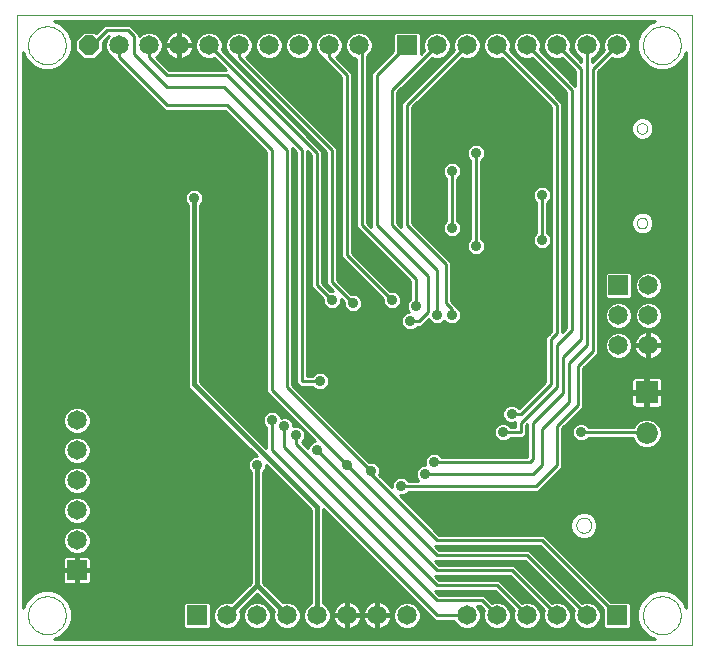
<source format=gbl>
G75*
%MOIN*%
%OFA0B0*%
%FSLAX24Y24*%
%IPPOS*%
%LPD*%
%AMOC8*
5,1,8,0,0,1.08239X$1,22.5*
%
%ADD10C,0.0000*%
%ADD11R,0.0650X0.0650*%
%ADD12C,0.0650*%
%ADD13R,0.0728X0.0728*%
%ADD14C,0.0728*%
%ADD15OC8,0.0650*%
%ADD16C,0.0356*%
%ADD17C,0.0160*%
%ADD18C,0.0100*%
D10*
X004872Y000861D02*
X027372Y000861D01*
X027372Y021861D01*
X004872Y021861D01*
X004872Y000861D01*
X005242Y001861D02*
X005244Y001911D01*
X005250Y001961D01*
X005260Y002010D01*
X005274Y002058D01*
X005291Y002105D01*
X005312Y002150D01*
X005337Y002194D01*
X005365Y002235D01*
X005397Y002274D01*
X005431Y002311D01*
X005468Y002345D01*
X005508Y002375D01*
X005550Y002402D01*
X005594Y002426D01*
X005640Y002447D01*
X005687Y002463D01*
X005735Y002476D01*
X005785Y002485D01*
X005834Y002490D01*
X005885Y002491D01*
X005935Y002488D01*
X005984Y002481D01*
X006033Y002470D01*
X006081Y002455D01*
X006127Y002437D01*
X006172Y002415D01*
X006215Y002389D01*
X006256Y002360D01*
X006295Y002328D01*
X006331Y002293D01*
X006363Y002255D01*
X006393Y002215D01*
X006420Y002172D01*
X006443Y002128D01*
X006462Y002082D01*
X006478Y002034D01*
X006490Y001985D01*
X006498Y001936D01*
X006502Y001886D01*
X006502Y001836D01*
X006498Y001786D01*
X006490Y001737D01*
X006478Y001688D01*
X006462Y001640D01*
X006443Y001594D01*
X006420Y001550D01*
X006393Y001507D01*
X006363Y001467D01*
X006331Y001429D01*
X006295Y001394D01*
X006256Y001362D01*
X006215Y001333D01*
X006172Y001307D01*
X006127Y001285D01*
X006081Y001267D01*
X006033Y001252D01*
X005984Y001241D01*
X005935Y001234D01*
X005885Y001231D01*
X005834Y001232D01*
X005785Y001237D01*
X005735Y001246D01*
X005687Y001259D01*
X005640Y001275D01*
X005594Y001296D01*
X005550Y001320D01*
X005508Y001347D01*
X005468Y001377D01*
X005431Y001411D01*
X005397Y001448D01*
X005365Y001487D01*
X005337Y001528D01*
X005312Y001572D01*
X005291Y001617D01*
X005274Y001664D01*
X005260Y001712D01*
X005250Y001761D01*
X005244Y001811D01*
X005242Y001861D01*
X023522Y004861D02*
X023524Y004892D01*
X023530Y004923D01*
X023540Y004953D01*
X023553Y004981D01*
X023570Y005008D01*
X023590Y005032D01*
X023613Y005054D01*
X023638Y005072D01*
X023666Y005087D01*
X023695Y005099D01*
X023725Y005107D01*
X023756Y005111D01*
X023788Y005111D01*
X023819Y005107D01*
X023849Y005099D01*
X023878Y005087D01*
X023906Y005072D01*
X023931Y005054D01*
X023954Y005032D01*
X023974Y005008D01*
X023991Y004981D01*
X024004Y004953D01*
X024014Y004923D01*
X024020Y004892D01*
X024022Y004861D01*
X024020Y004830D01*
X024014Y004799D01*
X024004Y004769D01*
X023991Y004741D01*
X023974Y004714D01*
X023954Y004690D01*
X023931Y004668D01*
X023906Y004650D01*
X023878Y004635D01*
X023849Y004623D01*
X023819Y004615D01*
X023788Y004611D01*
X023756Y004611D01*
X023725Y004615D01*
X023695Y004623D01*
X023666Y004635D01*
X023638Y004650D01*
X023613Y004668D01*
X023590Y004690D01*
X023570Y004714D01*
X023553Y004741D01*
X023540Y004769D01*
X023530Y004799D01*
X023524Y004830D01*
X023522Y004861D01*
X025742Y001861D02*
X025744Y001911D01*
X025750Y001961D01*
X025760Y002010D01*
X025774Y002058D01*
X025791Y002105D01*
X025812Y002150D01*
X025837Y002194D01*
X025865Y002235D01*
X025897Y002274D01*
X025931Y002311D01*
X025968Y002345D01*
X026008Y002375D01*
X026050Y002402D01*
X026094Y002426D01*
X026140Y002447D01*
X026187Y002463D01*
X026235Y002476D01*
X026285Y002485D01*
X026334Y002490D01*
X026385Y002491D01*
X026435Y002488D01*
X026484Y002481D01*
X026533Y002470D01*
X026581Y002455D01*
X026627Y002437D01*
X026672Y002415D01*
X026715Y002389D01*
X026756Y002360D01*
X026795Y002328D01*
X026831Y002293D01*
X026863Y002255D01*
X026893Y002215D01*
X026920Y002172D01*
X026943Y002128D01*
X026962Y002082D01*
X026978Y002034D01*
X026990Y001985D01*
X026998Y001936D01*
X027002Y001886D01*
X027002Y001836D01*
X026998Y001786D01*
X026990Y001737D01*
X026978Y001688D01*
X026962Y001640D01*
X026943Y001594D01*
X026920Y001550D01*
X026893Y001507D01*
X026863Y001467D01*
X026831Y001429D01*
X026795Y001394D01*
X026756Y001362D01*
X026715Y001333D01*
X026672Y001307D01*
X026627Y001285D01*
X026581Y001267D01*
X026533Y001252D01*
X026484Y001241D01*
X026435Y001234D01*
X026385Y001231D01*
X026334Y001232D01*
X026285Y001237D01*
X026235Y001246D01*
X026187Y001259D01*
X026140Y001275D01*
X026094Y001296D01*
X026050Y001320D01*
X026008Y001347D01*
X025968Y001377D01*
X025931Y001411D01*
X025897Y001448D01*
X025865Y001487D01*
X025837Y001528D01*
X025812Y001572D01*
X025791Y001617D01*
X025774Y001664D01*
X025760Y001712D01*
X025750Y001761D01*
X025744Y001811D01*
X025742Y001861D01*
X025538Y014937D02*
X025540Y014963D01*
X025546Y014989D01*
X025555Y015013D01*
X025568Y015036D01*
X025585Y015056D01*
X025604Y015074D01*
X025626Y015089D01*
X025649Y015100D01*
X025674Y015108D01*
X025700Y015112D01*
X025726Y015112D01*
X025752Y015108D01*
X025777Y015100D01*
X025801Y015089D01*
X025822Y015074D01*
X025841Y015056D01*
X025858Y015036D01*
X025871Y015013D01*
X025880Y014989D01*
X025886Y014963D01*
X025888Y014937D01*
X025886Y014911D01*
X025880Y014885D01*
X025871Y014861D01*
X025858Y014838D01*
X025841Y014818D01*
X025822Y014800D01*
X025800Y014785D01*
X025777Y014774D01*
X025752Y014766D01*
X025726Y014762D01*
X025700Y014762D01*
X025674Y014766D01*
X025649Y014774D01*
X025625Y014785D01*
X025604Y014800D01*
X025585Y014818D01*
X025568Y014838D01*
X025555Y014861D01*
X025546Y014885D01*
X025540Y014911D01*
X025538Y014937D01*
X025538Y018087D02*
X025540Y018113D01*
X025546Y018139D01*
X025555Y018163D01*
X025568Y018186D01*
X025585Y018206D01*
X025604Y018224D01*
X025626Y018239D01*
X025649Y018250D01*
X025674Y018258D01*
X025700Y018262D01*
X025726Y018262D01*
X025752Y018258D01*
X025777Y018250D01*
X025801Y018239D01*
X025822Y018224D01*
X025841Y018206D01*
X025858Y018186D01*
X025871Y018163D01*
X025880Y018139D01*
X025886Y018113D01*
X025888Y018087D01*
X025886Y018061D01*
X025880Y018035D01*
X025871Y018011D01*
X025858Y017988D01*
X025841Y017968D01*
X025822Y017950D01*
X025800Y017935D01*
X025777Y017924D01*
X025752Y017916D01*
X025726Y017912D01*
X025700Y017912D01*
X025674Y017916D01*
X025649Y017924D01*
X025625Y017935D01*
X025604Y017950D01*
X025585Y017968D01*
X025568Y017988D01*
X025555Y018011D01*
X025546Y018035D01*
X025540Y018061D01*
X025538Y018087D01*
X025742Y020861D02*
X025744Y020911D01*
X025750Y020961D01*
X025760Y021010D01*
X025774Y021058D01*
X025791Y021105D01*
X025812Y021150D01*
X025837Y021194D01*
X025865Y021235D01*
X025897Y021274D01*
X025931Y021311D01*
X025968Y021345D01*
X026008Y021375D01*
X026050Y021402D01*
X026094Y021426D01*
X026140Y021447D01*
X026187Y021463D01*
X026235Y021476D01*
X026285Y021485D01*
X026334Y021490D01*
X026385Y021491D01*
X026435Y021488D01*
X026484Y021481D01*
X026533Y021470D01*
X026581Y021455D01*
X026627Y021437D01*
X026672Y021415D01*
X026715Y021389D01*
X026756Y021360D01*
X026795Y021328D01*
X026831Y021293D01*
X026863Y021255D01*
X026893Y021215D01*
X026920Y021172D01*
X026943Y021128D01*
X026962Y021082D01*
X026978Y021034D01*
X026990Y020985D01*
X026998Y020936D01*
X027002Y020886D01*
X027002Y020836D01*
X026998Y020786D01*
X026990Y020737D01*
X026978Y020688D01*
X026962Y020640D01*
X026943Y020594D01*
X026920Y020550D01*
X026893Y020507D01*
X026863Y020467D01*
X026831Y020429D01*
X026795Y020394D01*
X026756Y020362D01*
X026715Y020333D01*
X026672Y020307D01*
X026627Y020285D01*
X026581Y020267D01*
X026533Y020252D01*
X026484Y020241D01*
X026435Y020234D01*
X026385Y020231D01*
X026334Y020232D01*
X026285Y020237D01*
X026235Y020246D01*
X026187Y020259D01*
X026140Y020275D01*
X026094Y020296D01*
X026050Y020320D01*
X026008Y020347D01*
X025968Y020377D01*
X025931Y020411D01*
X025897Y020448D01*
X025865Y020487D01*
X025837Y020528D01*
X025812Y020572D01*
X025791Y020617D01*
X025774Y020664D01*
X025760Y020712D01*
X025750Y020761D01*
X025744Y020811D01*
X025742Y020861D01*
X005242Y020861D02*
X005244Y020911D01*
X005250Y020961D01*
X005260Y021010D01*
X005274Y021058D01*
X005291Y021105D01*
X005312Y021150D01*
X005337Y021194D01*
X005365Y021235D01*
X005397Y021274D01*
X005431Y021311D01*
X005468Y021345D01*
X005508Y021375D01*
X005550Y021402D01*
X005594Y021426D01*
X005640Y021447D01*
X005687Y021463D01*
X005735Y021476D01*
X005785Y021485D01*
X005834Y021490D01*
X005885Y021491D01*
X005935Y021488D01*
X005984Y021481D01*
X006033Y021470D01*
X006081Y021455D01*
X006127Y021437D01*
X006172Y021415D01*
X006215Y021389D01*
X006256Y021360D01*
X006295Y021328D01*
X006331Y021293D01*
X006363Y021255D01*
X006393Y021215D01*
X006420Y021172D01*
X006443Y021128D01*
X006462Y021082D01*
X006478Y021034D01*
X006490Y020985D01*
X006498Y020936D01*
X006502Y020886D01*
X006502Y020836D01*
X006498Y020786D01*
X006490Y020737D01*
X006478Y020688D01*
X006462Y020640D01*
X006443Y020594D01*
X006420Y020550D01*
X006393Y020507D01*
X006363Y020467D01*
X006331Y020429D01*
X006295Y020394D01*
X006256Y020362D01*
X006215Y020333D01*
X006172Y020307D01*
X006127Y020285D01*
X006081Y020267D01*
X006033Y020252D01*
X005984Y020241D01*
X005935Y020234D01*
X005885Y020231D01*
X005834Y020232D01*
X005785Y020237D01*
X005735Y020246D01*
X005687Y020259D01*
X005640Y020275D01*
X005594Y020296D01*
X005550Y020320D01*
X005508Y020347D01*
X005468Y020377D01*
X005431Y020411D01*
X005397Y020448D01*
X005365Y020487D01*
X005337Y020528D01*
X005312Y020572D01*
X005291Y020617D01*
X005274Y020664D01*
X005260Y020712D01*
X005250Y020761D01*
X005244Y020811D01*
X005242Y020861D01*
D11*
X017872Y020861D03*
X024922Y012861D03*
X024872Y001861D03*
X010872Y001861D03*
X006872Y003361D03*
D12*
X006872Y004361D03*
X006872Y005361D03*
X006872Y006361D03*
X006872Y007361D03*
X006872Y008361D03*
X011872Y001861D03*
X012872Y001861D03*
X013872Y001861D03*
X014872Y001861D03*
X015872Y001861D03*
X016872Y001861D03*
X017872Y001861D03*
X019872Y001861D03*
X020872Y001861D03*
X021872Y001861D03*
X022872Y001861D03*
X023872Y001861D03*
X024922Y010861D03*
X025922Y010861D03*
X025922Y011861D03*
X024922Y011861D03*
X025922Y012861D03*
X024872Y020861D03*
X023872Y020861D03*
X022872Y020861D03*
X021872Y020861D03*
X020872Y020861D03*
X019872Y020861D03*
X018872Y020861D03*
X016272Y020861D03*
X015272Y020861D03*
X014272Y020861D03*
X013272Y020861D03*
X012272Y020861D03*
X011272Y020861D03*
X010272Y020861D03*
X009272Y020861D03*
X008272Y020861D03*
D13*
X025872Y009300D03*
D14*
X025872Y007922D03*
D15*
X007272Y020861D03*
D16*
X010772Y015761D03*
X015372Y012361D03*
X016072Y012261D03*
X017372Y012361D03*
X018172Y012161D03*
X018872Y011861D03*
X019372Y011861D03*
X017972Y011661D03*
X014972Y009661D03*
X013772Y008161D03*
X013372Y008361D03*
X014172Y007861D03*
X014872Y007361D03*
X015872Y006861D03*
X016672Y006661D03*
X017672Y006161D03*
X018472Y006561D03*
X018772Y006961D03*
X021072Y007961D03*
X021362Y008573D03*
X023672Y007961D03*
X020172Y014161D03*
X019372Y014761D03*
X019372Y016661D03*
X020172Y017261D03*
X022372Y015861D03*
X022372Y014361D03*
X012872Y006861D03*
D17*
X012872Y002861D01*
X013872Y001861D01*
X014872Y001861D02*
X014872Y005461D01*
X010772Y009561D01*
X010772Y015761D01*
X012872Y002861D02*
X011872Y001861D01*
D18*
X011455Y002043D02*
X011327Y002043D01*
X011327Y002141D02*
X011509Y002141D01*
X011486Y002118D02*
X011417Y001951D01*
X011417Y001770D01*
X011486Y001603D01*
X011614Y001475D01*
X011781Y001406D01*
X011962Y001406D01*
X012130Y001475D01*
X012258Y001603D01*
X012327Y001770D01*
X012327Y001951D01*
X012307Y001999D01*
X012872Y002564D01*
X013437Y001999D01*
X013417Y001951D01*
X013417Y001770D01*
X013486Y001603D01*
X013614Y001475D01*
X013781Y001406D01*
X013962Y001406D01*
X014130Y001475D01*
X014258Y001603D01*
X014327Y001770D01*
X014327Y001951D01*
X014258Y002118D01*
X014130Y002246D01*
X013962Y002316D01*
X013781Y002316D01*
X013734Y002296D01*
X013082Y002948D01*
X013082Y006635D01*
X013133Y006686D01*
X013180Y006799D01*
X013180Y006856D01*
X014662Y005374D01*
X014662Y002266D01*
X014614Y002246D01*
X014486Y002118D01*
X014417Y001951D01*
X014417Y001770D01*
X014486Y001603D01*
X014614Y001475D01*
X014781Y001406D01*
X014962Y001406D01*
X015130Y001475D01*
X015258Y001603D01*
X015327Y001770D01*
X015327Y001951D01*
X015258Y002118D01*
X015130Y002246D01*
X015082Y002266D01*
X015082Y005396D01*
X018692Y001786D01*
X018797Y001681D01*
X019454Y001681D01*
X019486Y001603D01*
X019614Y001475D01*
X019781Y001406D01*
X019962Y001406D01*
X020130Y001475D01*
X020258Y001603D01*
X020327Y001770D01*
X020327Y001951D01*
X020258Y002118D01*
X020195Y002181D01*
X020297Y002181D01*
X020449Y002029D01*
X020417Y001951D01*
X020417Y001770D01*
X020486Y001603D01*
X020614Y001475D01*
X020781Y001406D01*
X020962Y001406D01*
X021130Y001475D01*
X021258Y001603D01*
X021327Y001770D01*
X021327Y001951D01*
X021258Y002118D01*
X021130Y002246D01*
X020962Y002316D01*
X020781Y002316D01*
X020704Y002283D01*
X020446Y002541D01*
X018946Y002541D01*
X018806Y002681D01*
X020797Y002681D01*
X021449Y002029D01*
X021417Y001951D01*
X021417Y001770D01*
X021486Y001603D01*
X021614Y001475D01*
X021781Y001406D01*
X021962Y001406D01*
X022130Y001475D01*
X022258Y001603D01*
X022327Y001770D01*
X022327Y001951D01*
X022258Y002118D01*
X022130Y002246D01*
X021962Y002316D01*
X021781Y002316D01*
X021704Y002283D01*
X020946Y003041D01*
X018946Y003041D01*
X018806Y003181D01*
X021297Y003181D01*
X022449Y002029D01*
X022417Y001951D01*
X022417Y001770D01*
X022486Y001603D01*
X022614Y001475D01*
X022781Y001406D01*
X022962Y001406D01*
X023130Y001475D01*
X023258Y001603D01*
X023327Y001770D01*
X023327Y001951D01*
X023258Y002118D01*
X023130Y002246D01*
X022962Y002316D01*
X022781Y002316D01*
X022704Y002283D01*
X021446Y003541D01*
X018946Y003541D01*
X018806Y003681D01*
X021797Y003681D01*
X023449Y002029D01*
X023417Y001951D01*
X023417Y001770D01*
X023486Y001603D01*
X023614Y001475D01*
X023781Y001406D01*
X023962Y001406D01*
X024130Y001475D01*
X024258Y001603D01*
X024327Y001770D01*
X024327Y001951D01*
X024258Y002118D01*
X024130Y002246D01*
X023962Y002316D01*
X023781Y002316D01*
X023704Y002283D01*
X021946Y004041D01*
X018946Y004041D01*
X018806Y004181D01*
X022297Y004181D01*
X024417Y002061D01*
X024417Y001482D01*
X024493Y001406D01*
X025251Y001406D01*
X025327Y001482D01*
X025327Y002240D01*
X025631Y002240D01*
X025668Y002331D02*
X025542Y002026D01*
X025542Y001696D01*
X025668Y001391D01*
X025902Y001157D01*
X026135Y001061D01*
X006109Y001061D01*
X006342Y001157D01*
X006576Y001391D01*
X006702Y001696D01*
X006702Y002026D01*
X006576Y002331D01*
X006342Y002564D01*
X006037Y002691D01*
X005707Y002691D01*
X005402Y002564D01*
X005168Y002331D01*
X005072Y002098D01*
X005072Y020623D01*
X005168Y020391D01*
X005402Y020157D01*
X005707Y020031D01*
X006037Y020031D01*
X006342Y020157D01*
X006576Y020391D01*
X006702Y020696D01*
X006702Y021026D01*
X006576Y021331D01*
X006342Y021564D01*
X006109Y021661D01*
X026135Y021661D01*
X025902Y021564D01*
X025668Y021331D01*
X025542Y021026D01*
X025542Y020696D01*
X025668Y020391D01*
X025902Y020157D01*
X026207Y020031D01*
X026537Y020031D01*
X026842Y020157D01*
X027076Y020391D01*
X027172Y020623D01*
X027172Y002098D01*
X027076Y002331D01*
X026842Y002564D01*
X026537Y002691D01*
X026207Y002691D01*
X025902Y002564D01*
X025668Y002331D01*
X025676Y002338D02*
X024649Y002338D01*
X024671Y002316D02*
X022446Y004541D01*
X018946Y004541D01*
X017635Y005853D01*
X017733Y005853D01*
X017846Y005899D01*
X017928Y005981D01*
X022246Y005981D01*
X022946Y006681D01*
X023052Y006786D01*
X023052Y008086D01*
X023646Y008681D01*
X023752Y008786D01*
X023752Y010086D01*
X024146Y010481D01*
X024252Y010586D01*
X024252Y019986D01*
X024704Y020438D01*
X024781Y020406D01*
X024962Y020406D01*
X025130Y020475D01*
X025258Y020603D01*
X025327Y020770D01*
X025327Y020951D01*
X025258Y021118D01*
X025130Y021246D01*
X024962Y021316D01*
X024781Y021316D01*
X024614Y021246D01*
X024486Y021118D01*
X024417Y020951D01*
X024417Y020770D01*
X024449Y020692D01*
X024052Y020295D01*
X024052Y020443D01*
X024130Y020475D01*
X024258Y020603D01*
X024327Y020770D01*
X024327Y020951D01*
X024258Y021118D01*
X024130Y021246D01*
X023962Y021316D01*
X023781Y021316D01*
X023614Y021246D01*
X023486Y021118D01*
X023417Y020951D01*
X023417Y020770D01*
X023486Y020603D01*
X023614Y020475D01*
X023692Y020443D01*
X023692Y020295D01*
X023295Y020692D01*
X023327Y020770D01*
X023327Y020951D01*
X023258Y021118D01*
X023130Y021246D01*
X022962Y021316D01*
X022781Y021316D01*
X022614Y021246D01*
X022486Y021118D01*
X022417Y020951D01*
X022417Y020770D01*
X022486Y020603D01*
X022614Y020475D01*
X022781Y020406D01*
X022962Y020406D01*
X023040Y020438D01*
X023492Y019986D01*
X023492Y019495D01*
X023446Y019541D01*
X022295Y020692D01*
X022327Y020770D01*
X022327Y020951D01*
X022258Y021118D01*
X022130Y021246D01*
X021962Y021316D01*
X021781Y021316D01*
X021614Y021246D01*
X021486Y021118D01*
X021417Y020951D01*
X021417Y020770D01*
X021486Y020603D01*
X021614Y020475D01*
X021781Y020406D01*
X021962Y020406D01*
X022040Y020438D01*
X023192Y019286D01*
X023192Y011435D01*
X023052Y011295D01*
X023052Y018935D01*
X021295Y020692D01*
X021327Y020770D01*
X021327Y020951D01*
X021258Y021118D01*
X021130Y021246D01*
X020962Y021316D01*
X020781Y021316D01*
X020614Y021246D01*
X020486Y021118D01*
X020417Y020951D01*
X020417Y020770D01*
X020486Y020603D01*
X020614Y020475D01*
X020781Y020406D01*
X020962Y020406D01*
X021040Y020438D01*
X022692Y018786D01*
X022692Y011335D01*
X022597Y011241D01*
X022492Y011135D01*
X022492Y009635D01*
X021614Y008757D01*
X021536Y008834D01*
X021423Y008881D01*
X021301Y008881D01*
X021187Y008834D01*
X021101Y008748D01*
X021054Y008635D01*
X021054Y008512D01*
X021101Y008399D01*
X021187Y008312D01*
X021301Y008265D01*
X021423Y008265D01*
X021492Y008294D01*
X021492Y008141D01*
X021328Y008141D01*
X021246Y008222D01*
X021133Y008269D01*
X021011Y008269D01*
X020897Y008222D01*
X020811Y008135D01*
X020764Y008022D01*
X020764Y007899D01*
X020811Y007786D01*
X020897Y007699D01*
X021011Y007653D01*
X021133Y007653D01*
X021246Y007699D01*
X021328Y007781D01*
X021746Y007781D01*
X021852Y007886D01*
X021852Y008186D01*
X021892Y008226D01*
X021892Y007141D01*
X019028Y007141D01*
X018946Y007222D01*
X018833Y007269D01*
X018711Y007269D01*
X018597Y007222D01*
X018511Y007135D01*
X018464Y007022D01*
X018464Y006899D01*
X018477Y006869D01*
X018411Y006869D01*
X018297Y006822D01*
X018211Y006735D01*
X018164Y006622D01*
X018164Y006499D01*
X018211Y006386D01*
X018256Y006341D01*
X017928Y006341D01*
X017846Y006422D01*
X017733Y006469D01*
X017611Y006469D01*
X017497Y006422D01*
X017411Y006335D01*
X017364Y006222D01*
X017364Y006123D01*
X016953Y006534D01*
X016980Y006599D01*
X016980Y006722D01*
X016933Y006835D01*
X016846Y006922D01*
X016733Y006969D01*
X016618Y006969D01*
X014052Y009535D01*
X014052Y017426D01*
X014192Y017286D01*
X014192Y009586D01*
X014297Y009481D01*
X014716Y009481D01*
X014797Y009399D01*
X014911Y009353D01*
X015033Y009353D01*
X015146Y009399D01*
X015233Y009486D01*
X015280Y009599D01*
X015280Y009722D01*
X015233Y009835D01*
X015146Y009922D01*
X015033Y009969D01*
X014911Y009969D01*
X014797Y009922D01*
X014716Y009841D01*
X014552Y009841D01*
X014552Y017326D01*
X014692Y017186D01*
X014692Y012786D01*
X015064Y012414D01*
X015064Y012299D01*
X015111Y012186D01*
X015197Y012099D01*
X015311Y012053D01*
X015433Y012053D01*
X015546Y012099D01*
X015633Y012186D01*
X015680Y012299D01*
X015680Y012398D01*
X015764Y012314D01*
X015764Y012199D01*
X015811Y012086D01*
X015897Y011999D01*
X016011Y011953D01*
X016133Y011953D01*
X016246Y011999D01*
X016333Y012086D01*
X016380Y012199D01*
X016380Y012322D01*
X016333Y012435D01*
X016246Y012522D01*
X016133Y012569D01*
X016018Y012569D01*
X015552Y013035D01*
X015552Y017435D01*
X015446Y017541D01*
X012517Y020470D01*
X012530Y020475D01*
X012658Y020603D01*
X012727Y020770D01*
X012727Y020951D01*
X012658Y021118D01*
X012530Y021246D01*
X012362Y021316D01*
X012181Y021316D01*
X012014Y021246D01*
X011886Y021118D01*
X011817Y020951D01*
X011817Y020770D01*
X011886Y020603D01*
X012014Y020475D01*
X012092Y020443D01*
X012092Y020386D01*
X015192Y017286D01*
X015192Y012886D01*
X015409Y012669D01*
X015318Y012669D01*
X015052Y012935D01*
X015052Y017335D01*
X014946Y017441D01*
X011695Y020692D01*
X011727Y020770D01*
X011727Y020951D01*
X011658Y021118D01*
X011530Y021246D01*
X011362Y021316D01*
X011181Y021316D01*
X011014Y021246D01*
X010886Y021118D01*
X010817Y020951D01*
X010817Y020770D01*
X010886Y020603D01*
X011014Y020475D01*
X011181Y020406D01*
X011362Y020406D01*
X011440Y020438D01*
X011837Y020041D01*
X009946Y020041D01*
X009517Y020470D01*
X009530Y020475D01*
X009658Y020603D01*
X009727Y020770D01*
X009727Y020951D01*
X009658Y021118D01*
X009530Y021246D01*
X009362Y021316D01*
X009181Y021316D01*
X009014Y021246D01*
X008952Y021184D01*
X008952Y021235D01*
X008846Y021341D01*
X008646Y021541D01*
X007797Y021541D01*
X007692Y021435D01*
X007516Y021260D01*
X007460Y021316D01*
X007083Y021316D01*
X006817Y021049D01*
X006817Y020672D01*
X007083Y020406D01*
X007460Y020406D01*
X007727Y020672D01*
X007727Y020961D01*
X007946Y021181D01*
X007948Y021181D01*
X007886Y021118D01*
X007817Y020951D01*
X007817Y020770D01*
X007886Y020603D01*
X008014Y020475D01*
X008092Y020443D01*
X008092Y020386D01*
X009692Y018786D01*
X009797Y018681D01*
X011797Y018681D01*
X013192Y017286D01*
X013192Y009286D01*
X014810Y007668D01*
X014697Y007622D01*
X014611Y007535D01*
X014564Y007423D01*
X014367Y007620D01*
X014433Y007686D01*
X014480Y007799D01*
X014480Y007922D01*
X014433Y008035D01*
X014346Y008122D01*
X014233Y008169D01*
X014111Y008169D01*
X014080Y008156D01*
X014080Y008222D01*
X014033Y008335D01*
X013946Y008422D01*
X013833Y008469D01*
X013711Y008469D01*
X013668Y008451D01*
X013633Y008535D01*
X013546Y008622D01*
X013433Y008669D01*
X013311Y008669D01*
X013197Y008622D01*
X013111Y008535D01*
X013064Y008422D01*
X013064Y008299D01*
X013111Y008186D01*
X013192Y008105D01*
X013192Y007438D01*
X010982Y009648D01*
X010982Y015535D01*
X011033Y015586D01*
X011080Y015699D01*
X011080Y015822D01*
X011033Y015935D01*
X010946Y016022D01*
X010833Y016069D01*
X010711Y016069D01*
X010597Y016022D01*
X010511Y015935D01*
X010464Y015822D01*
X010464Y015699D01*
X010511Y015586D01*
X010562Y015535D01*
X010562Y009474D01*
X010685Y009351D01*
X012867Y007169D01*
X012811Y007169D01*
X012697Y007122D01*
X012611Y007035D01*
X012564Y006922D01*
X012564Y006799D01*
X012611Y006686D01*
X012662Y006635D01*
X012662Y002948D01*
X012010Y002296D01*
X011962Y002316D01*
X011781Y002316D01*
X011614Y002246D01*
X011486Y002118D01*
X011607Y002240D02*
X011327Y002240D01*
X011251Y002316D01*
X010493Y002316D01*
X010417Y002240D01*
X006613Y002240D01*
X006654Y002141D02*
X010417Y002141D01*
X010417Y002043D02*
X006695Y002043D01*
X006702Y001944D02*
X010417Y001944D01*
X010417Y001846D02*
X006702Y001846D01*
X006702Y001747D02*
X010417Y001747D01*
X010417Y001649D02*
X006682Y001649D01*
X006642Y001550D02*
X010417Y001550D01*
X010417Y001482D02*
X010493Y001406D01*
X011251Y001406D01*
X011327Y001482D01*
X011327Y002240D01*
X011327Y001944D02*
X011417Y001944D01*
X011417Y001846D02*
X011327Y001846D01*
X011327Y001747D02*
X011426Y001747D01*
X011467Y001649D02*
X011327Y001649D01*
X011327Y001550D02*
X011539Y001550D01*
X011670Y001452D02*
X011297Y001452D01*
X010447Y001452D02*
X006601Y001452D01*
X006538Y001353D02*
X025706Y001353D01*
X025643Y001452D02*
X025297Y001452D01*
X025327Y001550D02*
X025602Y001550D01*
X025561Y001649D02*
X025327Y001649D01*
X025327Y001747D02*
X025542Y001747D01*
X025542Y001846D02*
X025327Y001846D01*
X025327Y001944D02*
X025542Y001944D01*
X025549Y002043D02*
X025327Y002043D01*
X025327Y002141D02*
X025590Y002141D01*
X025327Y002240D02*
X025251Y002316D01*
X024671Y002316D01*
X024550Y002437D02*
X025774Y002437D01*
X025873Y002535D02*
X024452Y002535D01*
X024353Y002634D02*
X026069Y002634D01*
X026674Y002634D02*
X027172Y002634D01*
X027172Y002732D02*
X024255Y002732D01*
X024156Y002831D02*
X027172Y002831D01*
X027172Y002929D02*
X024058Y002929D01*
X023959Y003028D02*
X027172Y003028D01*
X027172Y003126D02*
X023861Y003126D01*
X023762Y003225D02*
X027172Y003225D01*
X027172Y003323D02*
X023664Y003323D01*
X023565Y003422D02*
X027172Y003422D01*
X027172Y003520D02*
X023467Y003520D01*
X023368Y003619D02*
X027172Y003619D01*
X027172Y003717D02*
X023270Y003717D01*
X023171Y003816D02*
X027172Y003816D01*
X027172Y003914D02*
X023073Y003914D01*
X022974Y004013D02*
X027172Y004013D01*
X027172Y004111D02*
X022876Y004111D01*
X022777Y004210D02*
X027172Y004210D01*
X027172Y004308D02*
X022679Y004308D01*
X022580Y004407D02*
X027172Y004407D01*
X027172Y004505D02*
X024053Y004505D01*
X024027Y004479D02*
X024153Y004606D01*
X024222Y004771D01*
X024222Y004950D01*
X024153Y005116D01*
X024027Y005242D01*
X023861Y005311D01*
X023682Y005311D01*
X023517Y005242D01*
X023390Y005116D01*
X023322Y004950D01*
X023322Y004771D01*
X023390Y004606D01*
X023517Y004479D01*
X023682Y004411D01*
X023861Y004411D01*
X024027Y004479D01*
X024151Y004604D02*
X027172Y004604D01*
X027172Y004702D02*
X024193Y004702D01*
X024222Y004801D02*
X027172Y004801D01*
X027172Y004899D02*
X024222Y004899D01*
X024202Y004998D02*
X027172Y004998D01*
X027172Y005096D02*
X024161Y005096D01*
X024074Y005195D02*
X027172Y005195D01*
X027172Y005293D02*
X023904Y005293D01*
X023640Y005293D02*
X018194Y005293D01*
X018292Y005195D02*
X023470Y005195D01*
X023382Y005096D02*
X018391Y005096D01*
X018489Y004998D02*
X023342Y004998D01*
X023322Y004899D02*
X018588Y004899D01*
X018686Y004801D02*
X023322Y004801D01*
X023351Y004702D02*
X018785Y004702D01*
X018883Y004604D02*
X023393Y004604D01*
X023491Y004505D02*
X022482Y004505D01*
X022372Y004361D02*
X024872Y001861D01*
X024417Y001846D02*
X024327Y001846D01*
X024327Y001944D02*
X024417Y001944D01*
X024417Y002043D02*
X024289Y002043D01*
X024337Y002141D02*
X024235Y002141D01*
X024238Y002240D02*
X024136Y002240D01*
X024140Y002338D02*
X023649Y002338D01*
X023550Y002437D02*
X024041Y002437D01*
X023943Y002535D02*
X023452Y002535D01*
X023353Y002634D02*
X023844Y002634D01*
X023746Y002732D02*
X023255Y002732D01*
X023156Y002831D02*
X023647Y002831D01*
X023549Y002929D02*
X023058Y002929D01*
X022959Y003028D02*
X023450Y003028D01*
X023352Y003126D02*
X022861Y003126D01*
X022762Y003225D02*
X023253Y003225D01*
X023155Y003323D02*
X022664Y003323D01*
X022565Y003422D02*
X023056Y003422D01*
X022958Y003520D02*
X022467Y003520D01*
X022368Y003619D02*
X022859Y003619D01*
X022761Y003717D02*
X022270Y003717D01*
X022171Y003816D02*
X022662Y003816D01*
X022564Y003914D02*
X022073Y003914D01*
X021974Y004013D02*
X022465Y004013D01*
X022367Y004111D02*
X018876Y004111D01*
X018872Y004361D02*
X022372Y004361D01*
X021872Y003861D02*
X023872Y001861D01*
X023417Y001846D02*
X023327Y001846D01*
X023327Y001944D02*
X023417Y001944D01*
X023435Y002043D02*
X023289Y002043D01*
X023337Y002141D02*
X023235Y002141D01*
X023238Y002240D02*
X023136Y002240D01*
X023140Y002338D02*
X022649Y002338D01*
X022550Y002437D02*
X023041Y002437D01*
X022943Y002535D02*
X022452Y002535D01*
X022353Y002634D02*
X022844Y002634D01*
X022746Y002732D02*
X022255Y002732D01*
X022156Y002831D02*
X022647Y002831D01*
X022549Y002929D02*
X022058Y002929D01*
X021959Y003028D02*
X022450Y003028D01*
X022352Y003126D02*
X021861Y003126D01*
X021762Y003225D02*
X022253Y003225D01*
X022155Y003323D02*
X021664Y003323D01*
X021565Y003422D02*
X022056Y003422D01*
X021958Y003520D02*
X021467Y003520D01*
X021372Y003361D02*
X022872Y001861D01*
X023205Y001550D02*
X023539Y001550D01*
X023467Y001649D02*
X023277Y001649D01*
X023317Y001747D02*
X023426Y001747D01*
X023670Y001452D02*
X023074Y001452D01*
X022670Y001452D02*
X022074Y001452D01*
X022205Y001550D02*
X022539Y001550D01*
X022467Y001649D02*
X022277Y001649D01*
X022317Y001747D02*
X022426Y001747D01*
X022417Y001846D02*
X022327Y001846D01*
X022327Y001944D02*
X022417Y001944D01*
X022435Y002043D02*
X022289Y002043D01*
X022337Y002141D02*
X022235Y002141D01*
X022238Y002240D02*
X022136Y002240D01*
X022140Y002338D02*
X021649Y002338D01*
X021550Y002437D02*
X022041Y002437D01*
X021943Y002535D02*
X021452Y002535D01*
X021353Y002634D02*
X021844Y002634D01*
X021746Y002732D02*
X021255Y002732D01*
X021156Y002831D02*
X021647Y002831D01*
X021549Y002929D02*
X021058Y002929D01*
X020959Y003028D02*
X021450Y003028D01*
X021352Y003126D02*
X018861Y003126D01*
X018872Y003361D02*
X021372Y003361D01*
X021859Y003619D02*
X018868Y003619D01*
X018872Y003861D02*
X021872Y003861D01*
X020872Y002861D02*
X021872Y001861D01*
X021539Y001550D02*
X021205Y001550D01*
X021277Y001649D02*
X021467Y001649D01*
X021426Y001747D02*
X021317Y001747D01*
X021327Y001846D02*
X021417Y001846D01*
X021417Y001944D02*
X021327Y001944D01*
X021289Y002043D02*
X021435Y002043D01*
X021337Y002141D02*
X021235Y002141D01*
X021238Y002240D02*
X021136Y002240D01*
X021140Y002338D02*
X020649Y002338D01*
X020550Y002437D02*
X021041Y002437D01*
X020943Y002535D02*
X020452Y002535D01*
X020372Y002361D02*
X020872Y001861D01*
X020417Y001846D02*
X020327Y001846D01*
X020327Y001944D02*
X020417Y001944D01*
X020435Y002043D02*
X020289Y002043D01*
X020337Y002141D02*
X020235Y002141D01*
X020372Y002361D02*
X018872Y002361D01*
X013772Y007461D01*
X013772Y008161D01*
X013890Y008445D02*
X014033Y008445D01*
X014022Y008347D02*
X014131Y008347D01*
X014069Y008248D02*
X014230Y008248D01*
X014279Y008150D02*
X014328Y008150D01*
X014417Y008051D02*
X014427Y008051D01*
X014467Y007953D02*
X014525Y007953D01*
X014480Y007854D02*
X014624Y007854D01*
X014722Y007756D02*
X014462Y007756D01*
X014404Y007657D02*
X014783Y007657D01*
X014634Y007559D02*
X014428Y007559D01*
X014527Y007460D02*
X014580Y007460D01*
X014872Y007361D02*
X018872Y003361D01*
X018872Y003861D02*
X015872Y006861D01*
X013372Y009361D01*
X013372Y017361D01*
X011872Y018861D01*
X009872Y018861D01*
X008272Y020461D01*
X008272Y020861D01*
X007928Y020561D02*
X007615Y020561D01*
X007517Y020462D02*
X008045Y020462D01*
X008114Y020364D02*
X006549Y020364D01*
X006605Y020462D02*
X007027Y020462D01*
X006928Y020561D02*
X006646Y020561D01*
X006687Y020659D02*
X006830Y020659D01*
X006817Y020758D02*
X006702Y020758D01*
X006702Y020856D02*
X006817Y020856D01*
X006817Y020955D02*
X006702Y020955D01*
X006690Y021053D02*
X006821Y021053D01*
X006920Y021152D02*
X006650Y021152D01*
X006609Y021250D02*
X007018Y021250D01*
X007272Y020861D02*
X007372Y020861D01*
X007872Y021361D01*
X008572Y021361D01*
X008772Y021161D01*
X008772Y020561D01*
X009872Y019461D01*
X011772Y019461D01*
X013872Y017361D01*
X013872Y009461D01*
X016672Y006661D01*
X016672Y006561D01*
X018872Y004361D01*
X018095Y005392D02*
X027172Y005392D01*
X027172Y005490D02*
X017997Y005490D01*
X017898Y005589D02*
X027172Y005589D01*
X027172Y005687D02*
X017800Y005687D01*
X017701Y005786D02*
X027172Y005786D01*
X027172Y005884D02*
X017810Y005884D01*
X017672Y006161D02*
X022172Y006161D01*
X022872Y006861D01*
X022872Y008161D01*
X023572Y008861D01*
X023572Y010161D01*
X024072Y010661D01*
X024072Y020061D01*
X024872Y020861D01*
X024417Y020856D02*
X024327Y020856D01*
X024322Y020758D02*
X024422Y020758D01*
X024416Y020659D02*
X024281Y020659D01*
X024317Y020561D02*
X024215Y020561D01*
X024219Y020462D02*
X024099Y020462D01*
X024120Y020364D02*
X024052Y020364D01*
X024334Y020068D02*
X026116Y020068D01*
X025892Y020167D02*
X024433Y020167D01*
X024531Y020265D02*
X025794Y020265D01*
X025695Y020364D02*
X024630Y020364D01*
X025099Y020462D02*
X025639Y020462D01*
X025598Y020561D02*
X025215Y020561D01*
X025281Y020659D02*
X025557Y020659D01*
X025542Y020758D02*
X025322Y020758D01*
X025327Y020856D02*
X025542Y020856D01*
X025542Y020955D02*
X025325Y020955D01*
X025285Y021053D02*
X025553Y021053D01*
X025594Y021152D02*
X025224Y021152D01*
X025120Y021250D02*
X025635Y021250D01*
X025686Y021349D02*
X008838Y021349D01*
X008740Y021447D02*
X025785Y021447D01*
X025883Y021546D02*
X006361Y021546D01*
X006459Y021447D02*
X007704Y021447D01*
X007692Y021435D02*
X007692Y021435D01*
X007605Y021349D02*
X006558Y021349D01*
X006149Y021644D02*
X026095Y021644D01*
X027146Y020561D02*
X027172Y020561D01*
X027172Y020462D02*
X027105Y020462D01*
X027049Y020364D02*
X027172Y020364D01*
X027172Y020265D02*
X026950Y020265D01*
X026852Y020167D02*
X027172Y020167D01*
X027172Y020068D02*
X026627Y020068D01*
X027172Y019970D02*
X024252Y019970D01*
X024252Y019871D02*
X027172Y019871D01*
X027172Y019773D02*
X024252Y019773D01*
X024252Y019674D02*
X027172Y019674D01*
X027172Y019576D02*
X024252Y019576D01*
X024252Y019477D02*
X027172Y019477D01*
X027172Y019379D02*
X024252Y019379D01*
X024252Y019280D02*
X027172Y019280D01*
X027172Y019182D02*
X024252Y019182D01*
X024252Y019083D02*
X027172Y019083D01*
X027172Y018985D02*
X024252Y018985D01*
X024252Y018886D02*
X027172Y018886D01*
X027172Y018788D02*
X024252Y018788D01*
X024252Y018689D02*
X027172Y018689D01*
X027172Y018591D02*
X024252Y018591D01*
X024252Y018492D02*
X027172Y018492D01*
X027172Y018394D02*
X025937Y018394D01*
X025926Y018405D02*
X025788Y018462D01*
X025639Y018462D01*
X025501Y018405D01*
X025395Y018299D01*
X025338Y018161D01*
X025338Y018012D01*
X025395Y017874D01*
X025501Y017769D01*
X025639Y017712D01*
X025788Y017712D01*
X025926Y017769D01*
X026031Y017874D01*
X026088Y018012D01*
X026088Y018161D01*
X026031Y018299D01*
X025926Y018405D01*
X026033Y018295D02*
X027172Y018295D01*
X027172Y018197D02*
X026074Y018197D01*
X026088Y018098D02*
X027172Y018098D01*
X027172Y018000D02*
X026083Y018000D01*
X026042Y017901D02*
X027172Y017901D01*
X027172Y017803D02*
X025960Y017803D01*
X025467Y017803D02*
X024252Y017803D01*
X024252Y017901D02*
X025384Y017901D01*
X025343Y018000D02*
X024252Y018000D01*
X024252Y018098D02*
X025338Y018098D01*
X025353Y018197D02*
X024252Y018197D01*
X024252Y018295D02*
X025394Y018295D01*
X025490Y018394D02*
X024252Y018394D01*
X024252Y017704D02*
X027172Y017704D01*
X027172Y017606D02*
X024252Y017606D01*
X024252Y017507D02*
X027172Y017507D01*
X027172Y017409D02*
X024252Y017409D01*
X024252Y017310D02*
X027172Y017310D01*
X027172Y017212D02*
X024252Y017212D01*
X024252Y017113D02*
X027172Y017113D01*
X027172Y017015D02*
X024252Y017015D01*
X024252Y016916D02*
X027172Y016916D01*
X027172Y016818D02*
X024252Y016818D01*
X024252Y016719D02*
X027172Y016719D01*
X027172Y016621D02*
X024252Y016621D01*
X024252Y016522D02*
X027172Y016522D01*
X027172Y016424D02*
X024252Y016424D01*
X024252Y016325D02*
X027172Y016325D01*
X027172Y016227D02*
X024252Y016227D01*
X024252Y016128D02*
X027172Y016128D01*
X027172Y016030D02*
X024252Y016030D01*
X024252Y015931D02*
X027172Y015931D01*
X027172Y015833D02*
X024252Y015833D01*
X024252Y015734D02*
X027172Y015734D01*
X027172Y015636D02*
X024252Y015636D01*
X024252Y015537D02*
X027172Y015537D01*
X027172Y015439D02*
X024252Y015439D01*
X024252Y015340D02*
X027172Y015340D01*
X027172Y015242D02*
X025939Y015242D01*
X025926Y015255D02*
X025788Y015312D01*
X025639Y015312D01*
X025501Y015255D01*
X025395Y015149D01*
X025338Y015012D01*
X025338Y014862D01*
X025395Y014725D01*
X025501Y014619D01*
X025639Y014562D01*
X025788Y014562D01*
X025926Y014619D01*
X026031Y014725D01*
X026088Y014862D01*
X026088Y015012D01*
X026031Y015149D01*
X025926Y015255D01*
X026034Y015143D02*
X027172Y015143D01*
X027172Y015045D02*
X026075Y015045D01*
X026088Y014946D02*
X027172Y014946D01*
X027172Y014848D02*
X026082Y014848D01*
X026041Y014749D02*
X027172Y014749D01*
X027172Y014651D02*
X025957Y014651D01*
X025469Y014651D02*
X024252Y014651D01*
X024252Y014749D02*
X025385Y014749D01*
X025344Y014848D02*
X024252Y014848D01*
X024252Y014946D02*
X025338Y014946D01*
X025352Y015045D02*
X024252Y015045D01*
X024252Y015143D02*
X025393Y015143D01*
X025488Y015242D02*
X024252Y015242D01*
X024252Y014552D02*
X027172Y014552D01*
X027172Y014454D02*
X024252Y014454D01*
X024252Y014355D02*
X027172Y014355D01*
X027172Y014257D02*
X024252Y014257D01*
X024252Y014158D02*
X027172Y014158D01*
X027172Y014060D02*
X024252Y014060D01*
X024252Y013961D02*
X027172Y013961D01*
X027172Y013863D02*
X024252Y013863D01*
X024252Y013764D02*
X027172Y013764D01*
X027172Y013666D02*
X024252Y013666D01*
X024252Y013567D02*
X027172Y013567D01*
X027172Y013469D02*
X024252Y013469D01*
X024252Y013370D02*
X027172Y013370D01*
X027172Y013272D02*
X026119Y013272D01*
X026180Y013246D02*
X026012Y013316D01*
X025831Y013316D01*
X025664Y013246D01*
X025536Y013118D01*
X025467Y012951D01*
X025467Y012770D01*
X025536Y012603D01*
X025664Y012475D01*
X025831Y012406D01*
X026012Y012406D01*
X026180Y012475D01*
X026308Y012603D01*
X026377Y012770D01*
X026377Y012951D01*
X026308Y013118D01*
X026180Y013246D01*
X026253Y013173D02*
X027172Y013173D01*
X027172Y013075D02*
X026326Y013075D01*
X026367Y012976D02*
X027172Y012976D01*
X027172Y012878D02*
X026377Y012878D01*
X026377Y012779D02*
X027172Y012779D01*
X027172Y012681D02*
X026340Y012681D01*
X026287Y012582D02*
X027172Y012582D01*
X027172Y012484D02*
X026188Y012484D01*
X026082Y012287D02*
X027172Y012287D01*
X027172Y012385D02*
X024252Y012385D01*
X024252Y012287D02*
X024761Y012287D01*
X024831Y012316D02*
X024664Y012246D01*
X024536Y012118D01*
X024467Y011951D01*
X024467Y011770D01*
X024536Y011603D01*
X024664Y011475D01*
X024831Y011406D01*
X025012Y011406D01*
X025180Y011475D01*
X025308Y011603D01*
X025377Y011770D01*
X025377Y011951D01*
X025308Y012118D01*
X025180Y012246D01*
X025012Y012316D01*
X024831Y012316D01*
X025082Y012287D02*
X025761Y012287D01*
X025831Y012316D02*
X025664Y012246D01*
X025536Y012118D01*
X025467Y011951D01*
X025467Y011770D01*
X025536Y011603D01*
X025664Y011475D01*
X025831Y011406D01*
X026012Y011406D01*
X026180Y011475D01*
X026308Y011603D01*
X026377Y011770D01*
X026377Y011951D01*
X026308Y012118D01*
X026180Y012246D01*
X026012Y012316D01*
X025831Y012316D01*
X025655Y012484D02*
X025377Y012484D01*
X025377Y012482D02*
X025301Y012406D01*
X024543Y012406D01*
X024467Y012482D01*
X024467Y013240D01*
X024543Y013316D01*
X025301Y013316D01*
X025377Y013240D01*
X025377Y012482D01*
X025377Y012582D02*
X025557Y012582D01*
X025504Y012681D02*
X025377Y012681D01*
X025377Y012779D02*
X025467Y012779D01*
X025467Y012878D02*
X025377Y012878D01*
X025377Y012976D02*
X025477Y012976D01*
X025518Y013075D02*
X025377Y013075D01*
X025377Y013173D02*
X025591Y013173D01*
X025725Y013272D02*
X025345Y013272D01*
X024499Y013272D02*
X024252Y013272D01*
X024252Y013173D02*
X024467Y013173D01*
X024467Y013075D02*
X024252Y013075D01*
X024252Y012976D02*
X024467Y012976D01*
X024467Y012878D02*
X024252Y012878D01*
X024252Y012779D02*
X024467Y012779D01*
X024467Y012681D02*
X024252Y012681D01*
X024252Y012582D02*
X024467Y012582D01*
X024467Y012484D02*
X024252Y012484D01*
X024252Y012188D02*
X024606Y012188D01*
X024524Y012090D02*
X024252Y012090D01*
X024252Y011991D02*
X024484Y011991D01*
X024467Y011893D02*
X024252Y011893D01*
X024252Y011794D02*
X024467Y011794D01*
X024498Y011696D02*
X024252Y011696D01*
X024252Y011597D02*
X024542Y011597D01*
X024640Y011499D02*
X024252Y011499D01*
X024252Y011400D02*
X027172Y011400D01*
X027172Y011302D02*
X026102Y011302D01*
X026104Y011301D02*
X026033Y011324D01*
X025959Y011336D01*
X025959Y010898D01*
X025884Y010898D01*
X025884Y010823D01*
X025447Y010823D01*
X025459Y010749D01*
X025482Y010678D01*
X025516Y010612D01*
X025560Y010551D01*
X025612Y010498D01*
X025673Y010454D01*
X025740Y010420D01*
X025811Y010397D01*
X025884Y010386D01*
X025884Y010823D01*
X025959Y010823D01*
X025959Y010386D01*
X026033Y010397D01*
X026104Y010420D01*
X026171Y010454D01*
X026231Y010498D01*
X026284Y010551D01*
X026328Y010612D01*
X026362Y010678D01*
X026385Y010749D01*
X026397Y010823D01*
X025959Y010823D01*
X025959Y010898D01*
X026397Y010898D01*
X026385Y010972D01*
X026362Y011043D01*
X026328Y011110D01*
X026284Y011170D01*
X026231Y011223D01*
X026171Y011267D01*
X026104Y011301D01*
X025959Y011302D02*
X025884Y011302D01*
X025884Y011336D02*
X025811Y011324D01*
X025740Y011301D01*
X025673Y011267D01*
X025612Y011223D01*
X025560Y011170D01*
X025516Y011110D01*
X025482Y011043D01*
X025459Y010972D01*
X025447Y010898D01*
X025884Y010898D01*
X025884Y011336D01*
X025884Y011203D02*
X025959Y011203D01*
X025959Y011105D02*
X025884Y011105D01*
X025884Y011006D02*
X025959Y011006D01*
X025959Y010908D02*
X025884Y010908D01*
X025884Y010809D02*
X025959Y010809D01*
X025959Y010711D02*
X025884Y010711D01*
X025884Y010612D02*
X025959Y010612D01*
X025959Y010514D02*
X025884Y010514D01*
X025884Y010415D02*
X025959Y010415D01*
X026088Y010415D02*
X027172Y010415D01*
X027172Y010317D02*
X023983Y010317D01*
X024081Y010415D02*
X024808Y010415D01*
X024831Y010406D02*
X025012Y010406D01*
X025180Y010475D01*
X025308Y010603D01*
X025377Y010770D01*
X025377Y010951D01*
X025308Y011118D01*
X025180Y011246D01*
X025012Y011316D01*
X024831Y011316D01*
X024664Y011246D01*
X024536Y011118D01*
X024467Y010951D01*
X024467Y010770D01*
X024536Y010603D01*
X024664Y010475D01*
X024831Y010406D01*
X025035Y010415D02*
X025756Y010415D01*
X025597Y010514D02*
X025218Y010514D01*
X025312Y010612D02*
X025515Y010612D01*
X025471Y010711D02*
X025352Y010711D01*
X025377Y010809D02*
X025449Y010809D01*
X025448Y010908D02*
X025377Y010908D01*
X025354Y011006D02*
X025470Y011006D01*
X025513Y011105D02*
X025313Y011105D01*
X025223Y011203D02*
X025593Y011203D01*
X025742Y011302D02*
X025046Y011302D01*
X024798Y011302D02*
X024252Y011302D01*
X024252Y011203D02*
X024621Y011203D01*
X024531Y011105D02*
X024252Y011105D01*
X024252Y011006D02*
X024490Y011006D01*
X024467Y010908D02*
X024252Y010908D01*
X024252Y010809D02*
X024467Y010809D01*
X024492Y010711D02*
X024252Y010711D01*
X024252Y010612D02*
X024532Y010612D01*
X024625Y010514D02*
X024180Y010514D01*
X023884Y010218D02*
X027172Y010218D01*
X027172Y010120D02*
X023786Y010120D01*
X023752Y010021D02*
X027172Y010021D01*
X027172Y009923D02*
X023752Y009923D01*
X023752Y009824D02*
X027172Y009824D01*
X027172Y009726D02*
X026374Y009726D01*
X026376Y009722D02*
X026356Y009756D01*
X026328Y009784D01*
X026294Y009804D01*
X026256Y009814D01*
X025920Y009814D01*
X025920Y009348D01*
X025824Y009348D01*
X025824Y009814D01*
X025488Y009814D01*
X025450Y009804D01*
X025416Y009784D01*
X025388Y009756D01*
X025368Y009722D01*
X025358Y009684D01*
X025358Y009348D01*
X025824Y009348D01*
X025824Y009251D01*
X025920Y009251D01*
X025920Y008785D01*
X026256Y008785D01*
X026294Y008796D01*
X026328Y008815D01*
X026356Y008843D01*
X026376Y008878D01*
X026386Y008916D01*
X026386Y009251D01*
X025920Y009251D01*
X025920Y009348D01*
X026386Y009348D01*
X026386Y009684D01*
X026376Y009722D01*
X026386Y009627D02*
X027172Y009627D01*
X027172Y009529D02*
X026386Y009529D01*
X026386Y009430D02*
X027172Y009430D01*
X027172Y009332D02*
X025920Y009332D01*
X025824Y009332D02*
X023752Y009332D01*
X023752Y009430D02*
X025358Y009430D01*
X025358Y009529D02*
X023752Y009529D01*
X023752Y009627D02*
X025358Y009627D01*
X025370Y009726D02*
X023752Y009726D01*
X023272Y010261D02*
X023872Y010861D01*
X023872Y020861D01*
X023417Y020856D02*
X023327Y020856D01*
X023322Y020758D02*
X023422Y020758D01*
X023463Y020659D02*
X023328Y020659D01*
X023426Y020561D02*
X023528Y020561D01*
X023525Y020462D02*
X023645Y020462D01*
X023623Y020364D02*
X023692Y020364D01*
X023672Y020061D02*
X023672Y011061D01*
X023072Y010461D01*
X023072Y009261D01*
X022072Y008261D01*
X022072Y007061D01*
X021972Y006961D01*
X018772Y006961D01*
X018464Y006968D02*
X016736Y006968D01*
X016899Y006869D02*
X018476Y006869D01*
X018482Y007066D02*
X016521Y007066D01*
X016422Y007165D02*
X018540Y007165D01*
X018697Y007263D02*
X016324Y007263D01*
X016225Y007362D02*
X021892Y007362D01*
X021892Y007460D02*
X016127Y007460D01*
X016028Y007559D02*
X021892Y007559D01*
X021892Y007657D02*
X021144Y007657D01*
X020999Y007657D02*
X015930Y007657D01*
X015831Y007756D02*
X020841Y007756D01*
X020783Y007854D02*
X015733Y007854D01*
X015634Y007953D02*
X020764Y007953D01*
X020776Y008051D02*
X015536Y008051D01*
X015437Y008150D02*
X020825Y008150D01*
X020961Y008248D02*
X015339Y008248D01*
X015240Y008347D02*
X021153Y008347D01*
X021183Y008248D02*
X021492Y008248D01*
X021492Y008150D02*
X021319Y008150D01*
X021072Y007961D02*
X021672Y007961D01*
X021672Y008261D01*
X022872Y009461D01*
X022872Y010861D01*
X023372Y011361D01*
X023372Y019361D01*
X021872Y020861D01*
X022327Y020856D02*
X022417Y020856D01*
X022422Y020758D02*
X022322Y020758D01*
X022328Y020659D02*
X022463Y020659D01*
X022426Y020561D02*
X022528Y020561D01*
X022525Y020462D02*
X022645Y020462D01*
X022623Y020364D02*
X023114Y020364D01*
X023213Y020265D02*
X022722Y020265D01*
X022820Y020167D02*
X023311Y020167D01*
X023410Y020068D02*
X022919Y020068D01*
X023017Y019970D02*
X023492Y019970D01*
X023492Y019871D02*
X023116Y019871D01*
X023214Y019773D02*
X023492Y019773D01*
X023492Y019674D02*
X023313Y019674D01*
X023411Y019576D02*
X023492Y019576D01*
X023192Y019280D02*
X022707Y019280D01*
X022805Y019182D02*
X023192Y019182D01*
X023192Y019083D02*
X022904Y019083D01*
X023002Y018985D02*
X023192Y018985D01*
X023192Y018886D02*
X023052Y018886D01*
X023052Y018788D02*
X023192Y018788D01*
X023192Y018689D02*
X023052Y018689D01*
X023052Y018591D02*
X023192Y018591D01*
X023192Y018492D02*
X023052Y018492D01*
X023052Y018394D02*
X023192Y018394D01*
X023192Y018295D02*
X023052Y018295D01*
X023052Y018197D02*
X023192Y018197D01*
X023192Y018098D02*
X023052Y018098D01*
X023052Y018000D02*
X023192Y018000D01*
X023192Y017901D02*
X023052Y017901D01*
X023052Y017803D02*
X023192Y017803D01*
X023192Y017704D02*
X023052Y017704D01*
X023052Y017606D02*
X023192Y017606D01*
X023192Y017507D02*
X023052Y017507D01*
X023052Y017409D02*
X023192Y017409D01*
X023192Y017310D02*
X023052Y017310D01*
X023052Y017212D02*
X023192Y017212D01*
X023192Y017113D02*
X023052Y017113D01*
X023052Y017015D02*
X023192Y017015D01*
X023192Y016916D02*
X023052Y016916D01*
X023052Y016818D02*
X023192Y016818D01*
X023192Y016719D02*
X023052Y016719D01*
X023052Y016621D02*
X023192Y016621D01*
X023192Y016522D02*
X023052Y016522D01*
X023052Y016424D02*
X023192Y016424D01*
X023192Y016325D02*
X023052Y016325D01*
X023052Y016227D02*
X023192Y016227D01*
X023192Y016128D02*
X023052Y016128D01*
X023052Y016030D02*
X023192Y016030D01*
X023192Y015931D02*
X023052Y015931D01*
X023052Y015833D02*
X023192Y015833D01*
X023192Y015734D02*
X023052Y015734D01*
X023052Y015636D02*
X023192Y015636D01*
X023192Y015537D02*
X023052Y015537D01*
X023052Y015439D02*
X023192Y015439D01*
X023192Y015340D02*
X023052Y015340D01*
X023052Y015242D02*
X023192Y015242D01*
X023192Y015143D02*
X023052Y015143D01*
X023052Y015045D02*
X023192Y015045D01*
X023192Y014946D02*
X023052Y014946D01*
X023052Y014848D02*
X023192Y014848D01*
X023192Y014749D02*
X023052Y014749D01*
X023052Y014651D02*
X023192Y014651D01*
X023192Y014552D02*
X023052Y014552D01*
X023052Y014454D02*
X023192Y014454D01*
X023192Y014355D02*
X023052Y014355D01*
X023052Y014257D02*
X023192Y014257D01*
X023192Y014158D02*
X023052Y014158D01*
X023052Y014060D02*
X023192Y014060D01*
X023192Y013961D02*
X023052Y013961D01*
X023052Y013863D02*
X023192Y013863D01*
X023192Y013764D02*
X023052Y013764D01*
X023052Y013666D02*
X023192Y013666D01*
X023192Y013567D02*
X023052Y013567D01*
X023052Y013469D02*
X023192Y013469D01*
X023192Y013370D02*
X023052Y013370D01*
X023052Y013272D02*
X023192Y013272D01*
X023192Y013173D02*
X023052Y013173D01*
X023052Y013075D02*
X023192Y013075D01*
X023192Y012976D02*
X023052Y012976D01*
X023052Y012878D02*
X023192Y012878D01*
X023192Y012779D02*
X023052Y012779D01*
X023052Y012681D02*
X023192Y012681D01*
X023192Y012582D02*
X023052Y012582D01*
X023052Y012484D02*
X023192Y012484D01*
X023192Y012385D02*
X023052Y012385D01*
X023052Y012287D02*
X023192Y012287D01*
X023192Y012188D02*
X023052Y012188D01*
X023052Y012090D02*
X023192Y012090D01*
X023192Y011991D02*
X023052Y011991D01*
X023052Y011893D02*
X023192Y011893D01*
X023192Y011794D02*
X023052Y011794D01*
X023052Y011696D02*
X023192Y011696D01*
X023192Y011597D02*
X023052Y011597D01*
X023052Y011499D02*
X023192Y011499D01*
X023157Y011400D02*
X023052Y011400D01*
X023052Y011302D02*
X023058Y011302D01*
X022872Y011261D02*
X022672Y011061D01*
X022672Y009561D01*
X021685Y008573D01*
X021362Y008573D01*
X021081Y008445D02*
X015142Y008445D01*
X015043Y008544D02*
X021054Y008544D01*
X021057Y008642D02*
X014945Y008642D01*
X014846Y008741D02*
X021098Y008741D01*
X021199Y008839D02*
X014748Y008839D01*
X014649Y008938D02*
X021794Y008938D01*
X021696Y008839D02*
X021525Y008839D01*
X021893Y009036D02*
X014551Y009036D01*
X014452Y009135D02*
X021991Y009135D01*
X022090Y009233D02*
X014354Y009233D01*
X014255Y009332D02*
X022188Y009332D01*
X022287Y009430D02*
X015177Y009430D01*
X015251Y009529D02*
X022385Y009529D01*
X022484Y009627D02*
X015280Y009627D01*
X015279Y009726D02*
X022492Y009726D01*
X022492Y009824D02*
X015238Y009824D01*
X015144Y009923D02*
X022492Y009923D01*
X022492Y010021D02*
X014552Y010021D01*
X014552Y009923D02*
X014799Y009923D01*
X014552Y010120D02*
X022492Y010120D01*
X022492Y010218D02*
X014552Y010218D01*
X014552Y010317D02*
X022492Y010317D01*
X022492Y010415D02*
X014552Y010415D01*
X014552Y010514D02*
X022492Y010514D01*
X022492Y010612D02*
X014552Y010612D01*
X014552Y010711D02*
X022492Y010711D01*
X022492Y010809D02*
X014552Y010809D01*
X014552Y010908D02*
X022492Y010908D01*
X022492Y011006D02*
X014552Y011006D01*
X014552Y011105D02*
X022492Y011105D01*
X022560Y011203D02*
X014552Y011203D01*
X014552Y011302D02*
X022658Y011302D01*
X022692Y011400D02*
X018147Y011400D01*
X018146Y011399D02*
X018228Y011481D01*
X018346Y011481D01*
X018594Y011728D01*
X018611Y011686D01*
X018697Y011599D01*
X018811Y011553D01*
X018933Y011553D01*
X019046Y011599D01*
X019122Y011675D01*
X019197Y011599D01*
X019311Y011553D01*
X019433Y011553D01*
X019546Y011599D01*
X019633Y011686D01*
X019680Y011799D01*
X019680Y011922D01*
X019633Y012035D01*
X019552Y012116D01*
X019552Y012135D01*
X019352Y012335D01*
X019352Y013635D01*
X018052Y014935D01*
X018052Y018786D01*
X019704Y020438D01*
X019781Y020406D01*
X019962Y020406D01*
X020130Y020475D01*
X020258Y020603D01*
X020327Y020770D01*
X020327Y020951D01*
X020258Y021118D01*
X020130Y021246D01*
X019962Y021316D01*
X019781Y021316D01*
X019614Y021246D01*
X019486Y021118D01*
X019417Y020951D01*
X019417Y020770D01*
X019449Y020692D01*
X017692Y018935D01*
X017692Y014795D01*
X017552Y014935D01*
X017552Y019286D01*
X018704Y020438D01*
X018781Y020406D01*
X018962Y020406D01*
X019130Y020475D01*
X019258Y020603D01*
X019327Y020770D01*
X019327Y020951D01*
X019258Y021118D01*
X019130Y021246D01*
X018962Y021316D01*
X018781Y021316D01*
X018614Y021246D01*
X018486Y021118D01*
X018417Y020951D01*
X018417Y020770D01*
X018449Y020692D01*
X018327Y020570D01*
X018327Y021240D01*
X018251Y021316D01*
X017493Y021316D01*
X017417Y021240D01*
X017417Y020660D01*
X016692Y019935D01*
X016692Y014795D01*
X016552Y014935D01*
X016552Y020497D01*
X016658Y020603D01*
X016727Y020770D01*
X016727Y020951D01*
X016658Y021118D01*
X016530Y021246D01*
X016362Y021316D01*
X016181Y021316D01*
X016014Y021246D01*
X015886Y021118D01*
X015817Y020951D01*
X015817Y020770D01*
X015886Y020603D01*
X016014Y020475D01*
X016181Y020406D01*
X016192Y020406D01*
X016192Y014786D01*
X016297Y014681D01*
X017992Y012986D01*
X017992Y012416D01*
X017911Y012335D01*
X017864Y012222D01*
X017864Y012099D01*
X017911Y011986D01*
X017928Y011969D01*
X017911Y011969D01*
X017797Y011922D01*
X017711Y011835D01*
X017664Y011722D01*
X017664Y011599D01*
X017711Y011486D01*
X017797Y011399D01*
X017911Y011353D01*
X018033Y011353D01*
X018146Y011399D01*
X018365Y011499D02*
X022692Y011499D01*
X022692Y011597D02*
X019541Y011597D01*
X019637Y011696D02*
X022692Y011696D01*
X022692Y011794D02*
X019678Y011794D01*
X019680Y011893D02*
X022692Y011893D01*
X022692Y011991D02*
X019651Y011991D01*
X019579Y012090D02*
X022692Y012090D01*
X022692Y012188D02*
X019499Y012188D01*
X019400Y012287D02*
X022692Y012287D01*
X022692Y012385D02*
X019352Y012385D01*
X019352Y012484D02*
X022692Y012484D01*
X022692Y012582D02*
X019352Y012582D01*
X019352Y012681D02*
X022692Y012681D01*
X022692Y012779D02*
X019352Y012779D01*
X019352Y012878D02*
X022692Y012878D01*
X022692Y012976D02*
X019352Y012976D01*
X019352Y013075D02*
X022692Y013075D01*
X022692Y013173D02*
X019352Y013173D01*
X019352Y013272D02*
X022692Y013272D01*
X022692Y013370D02*
X019352Y013370D01*
X019352Y013469D02*
X022692Y013469D01*
X022692Y013567D02*
X019352Y013567D01*
X019321Y013666D02*
X022692Y013666D01*
X022692Y013764D02*
X019223Y013764D01*
X019124Y013863D02*
X020086Y013863D01*
X020111Y013853D02*
X020233Y013853D01*
X020346Y013899D01*
X020433Y013986D01*
X020480Y014099D01*
X020480Y014222D01*
X020433Y014335D01*
X020352Y014416D01*
X020352Y017005D01*
X020433Y017086D01*
X020480Y017199D01*
X020480Y017322D01*
X020433Y017435D01*
X020346Y017522D01*
X020233Y017569D01*
X020111Y017569D01*
X019997Y017522D01*
X019911Y017435D01*
X019864Y017322D01*
X019864Y017199D01*
X019911Y017086D01*
X019992Y017005D01*
X019992Y014416D01*
X019911Y014335D01*
X019864Y014222D01*
X019864Y014099D01*
X019911Y013986D01*
X019997Y013899D01*
X020111Y013853D01*
X020258Y013863D02*
X022692Y013863D01*
X022692Y013961D02*
X020408Y013961D01*
X020464Y014060D02*
X022293Y014060D01*
X022311Y014053D02*
X022433Y014053D01*
X022546Y014099D01*
X022633Y014186D01*
X022680Y014299D01*
X022680Y014422D01*
X022633Y014535D01*
X022552Y014616D01*
X022552Y015605D01*
X022633Y015686D01*
X022680Y015799D01*
X022680Y015922D01*
X022633Y016035D01*
X022546Y016122D01*
X022433Y016169D01*
X022311Y016169D01*
X022197Y016122D01*
X022111Y016035D01*
X022064Y015922D01*
X022064Y015799D01*
X022111Y015686D01*
X022192Y015605D01*
X022192Y014616D01*
X022111Y014535D01*
X022064Y014422D01*
X022064Y014299D01*
X022111Y014186D01*
X022197Y014099D01*
X022311Y014053D01*
X022450Y014060D02*
X022692Y014060D01*
X022692Y014158D02*
X022605Y014158D01*
X022662Y014257D02*
X022692Y014257D01*
X022680Y014355D02*
X022692Y014355D01*
X022692Y014454D02*
X022667Y014454D01*
X022692Y014552D02*
X022616Y014552D01*
X022552Y014651D02*
X022692Y014651D01*
X022692Y014749D02*
X022552Y014749D01*
X022552Y014848D02*
X022692Y014848D01*
X022692Y014946D02*
X022552Y014946D01*
X022552Y015045D02*
X022692Y015045D01*
X022692Y015143D02*
X022552Y015143D01*
X022552Y015242D02*
X022692Y015242D01*
X022692Y015340D02*
X022552Y015340D01*
X022552Y015439D02*
X022692Y015439D01*
X022692Y015537D02*
X022552Y015537D01*
X022583Y015636D02*
X022692Y015636D01*
X022692Y015734D02*
X022653Y015734D01*
X022680Y015833D02*
X022692Y015833D01*
X022692Y015931D02*
X022676Y015931D01*
X022692Y016030D02*
X022635Y016030D01*
X022692Y016128D02*
X022531Y016128D01*
X022692Y016227D02*
X020352Y016227D01*
X020352Y016325D02*
X022692Y016325D01*
X022692Y016424D02*
X020352Y016424D01*
X020352Y016522D02*
X022692Y016522D01*
X022692Y016621D02*
X020352Y016621D01*
X020352Y016719D02*
X022692Y016719D01*
X022692Y016818D02*
X020352Y016818D01*
X020352Y016916D02*
X022692Y016916D01*
X022692Y017015D02*
X020362Y017015D01*
X020444Y017113D02*
X022692Y017113D01*
X022692Y017212D02*
X020480Y017212D01*
X020480Y017310D02*
X022692Y017310D01*
X022692Y017409D02*
X020444Y017409D01*
X020361Y017507D02*
X022692Y017507D01*
X022692Y017606D02*
X018052Y017606D01*
X018052Y017704D02*
X022692Y017704D01*
X022692Y017803D02*
X018052Y017803D01*
X018052Y017901D02*
X022692Y017901D01*
X022692Y018000D02*
X018052Y018000D01*
X018052Y018098D02*
X022692Y018098D01*
X022692Y018197D02*
X018052Y018197D01*
X018052Y018295D02*
X022692Y018295D01*
X022692Y018394D02*
X018052Y018394D01*
X018052Y018492D02*
X022692Y018492D01*
X022692Y018591D02*
X018052Y018591D01*
X018052Y018689D02*
X022692Y018689D01*
X022690Y018788D02*
X018054Y018788D01*
X018152Y018886D02*
X022592Y018886D01*
X022493Y018985D02*
X018251Y018985D01*
X018349Y019083D02*
X022395Y019083D01*
X022296Y019182D02*
X018448Y019182D01*
X018546Y019280D02*
X022198Y019280D01*
X022099Y019379D02*
X018645Y019379D01*
X018743Y019477D02*
X022001Y019477D01*
X021902Y019576D02*
X018842Y019576D01*
X018940Y019674D02*
X021804Y019674D01*
X021705Y019773D02*
X019039Y019773D01*
X019137Y019871D02*
X021607Y019871D01*
X021508Y019970D02*
X019236Y019970D01*
X019334Y020068D02*
X021410Y020068D01*
X021311Y020167D02*
X019433Y020167D01*
X019531Y020265D02*
X021213Y020265D01*
X021114Y020364D02*
X019630Y020364D01*
X019416Y020659D02*
X019281Y020659D01*
X019317Y020561D02*
X019215Y020561D01*
X019219Y020462D02*
X019099Y020462D01*
X019120Y020364D02*
X018630Y020364D01*
X018531Y020265D02*
X019022Y020265D01*
X018923Y020167D02*
X018433Y020167D01*
X018334Y020068D02*
X018825Y020068D01*
X018726Y019970D02*
X018236Y019970D01*
X018137Y019871D02*
X018628Y019871D01*
X018529Y019773D02*
X018039Y019773D01*
X017940Y019674D02*
X018431Y019674D01*
X018332Y019576D02*
X017842Y019576D01*
X017743Y019477D02*
X018234Y019477D01*
X018135Y019379D02*
X017645Y019379D01*
X017552Y019280D02*
X018037Y019280D01*
X017938Y019182D02*
X017552Y019182D01*
X017552Y019083D02*
X017840Y019083D01*
X017741Y018985D02*
X017552Y018985D01*
X017552Y018886D02*
X017692Y018886D01*
X017692Y018788D02*
X017552Y018788D01*
X017552Y018689D02*
X017692Y018689D01*
X017692Y018591D02*
X017552Y018591D01*
X017552Y018492D02*
X017692Y018492D01*
X017692Y018394D02*
X017552Y018394D01*
X017552Y018295D02*
X017692Y018295D01*
X017692Y018197D02*
X017552Y018197D01*
X017552Y018098D02*
X017692Y018098D01*
X017692Y018000D02*
X017552Y018000D01*
X017552Y017901D02*
X017692Y017901D01*
X017692Y017803D02*
X017552Y017803D01*
X017552Y017704D02*
X017692Y017704D01*
X017692Y017606D02*
X017552Y017606D01*
X017552Y017507D02*
X017692Y017507D01*
X017692Y017409D02*
X017552Y017409D01*
X017552Y017310D02*
X017692Y017310D01*
X017692Y017212D02*
X017552Y017212D01*
X017552Y017113D02*
X017692Y017113D01*
X017692Y017015D02*
X017552Y017015D01*
X017552Y016916D02*
X017692Y016916D01*
X017692Y016818D02*
X017552Y016818D01*
X017552Y016719D02*
X017692Y016719D01*
X017692Y016621D02*
X017552Y016621D01*
X017552Y016522D02*
X017692Y016522D01*
X017692Y016424D02*
X017552Y016424D01*
X017552Y016325D02*
X017692Y016325D01*
X017692Y016227D02*
X017552Y016227D01*
X017552Y016128D02*
X017692Y016128D01*
X017692Y016030D02*
X017552Y016030D01*
X017552Y015931D02*
X017692Y015931D01*
X017692Y015833D02*
X017552Y015833D01*
X017552Y015734D02*
X017692Y015734D01*
X017692Y015636D02*
X017552Y015636D01*
X017552Y015537D02*
X017692Y015537D01*
X017692Y015439D02*
X017552Y015439D01*
X017552Y015340D02*
X017692Y015340D01*
X017692Y015242D02*
X017552Y015242D01*
X017552Y015143D02*
X017692Y015143D01*
X017692Y015045D02*
X017552Y015045D01*
X017552Y014946D02*
X017692Y014946D01*
X017692Y014848D02*
X017639Y014848D01*
X017872Y014861D02*
X017872Y018861D01*
X019872Y020861D01*
X019417Y020856D02*
X019327Y020856D01*
X019322Y020758D02*
X019422Y020758D01*
X019418Y020955D02*
X019325Y020955D01*
X019285Y021053D02*
X019459Y021053D01*
X019520Y021152D02*
X019224Y021152D01*
X019120Y021250D02*
X019623Y021250D01*
X020120Y021250D02*
X020623Y021250D01*
X020520Y021152D02*
X020224Y021152D01*
X020285Y021053D02*
X020459Y021053D01*
X020418Y020955D02*
X020325Y020955D01*
X020327Y020856D02*
X020417Y020856D01*
X020422Y020758D02*
X020322Y020758D01*
X020281Y020659D02*
X020463Y020659D01*
X020528Y020561D02*
X020215Y020561D01*
X020099Y020462D02*
X020645Y020462D01*
X020872Y020861D02*
X022872Y018861D01*
X022872Y011261D01*
X023272Y010261D02*
X023272Y008961D01*
X022372Y008061D01*
X022372Y006861D01*
X022072Y006561D01*
X018472Y006561D01*
X018185Y006672D02*
X016980Y006672D01*
X016969Y006574D02*
X018164Y006574D01*
X018174Y006475D02*
X017012Y006475D01*
X017110Y006377D02*
X017452Y006377D01*
X017387Y006278D02*
X017209Y006278D01*
X017307Y006180D02*
X017364Y006180D01*
X017892Y006377D02*
X018220Y006377D01*
X018246Y006771D02*
X016960Y006771D01*
X018847Y007263D02*
X021892Y007263D01*
X021892Y007165D02*
X019004Y007165D01*
X021303Y007756D02*
X021892Y007756D01*
X021892Y007854D02*
X021820Y007854D01*
X021852Y007953D02*
X021892Y007953D01*
X021892Y008051D02*
X021852Y008051D01*
X021852Y008150D02*
X021892Y008150D01*
X023052Y008051D02*
X023376Y008051D01*
X023364Y008022D02*
X023364Y007899D01*
X023411Y007786D01*
X023497Y007699D01*
X023611Y007653D01*
X023733Y007653D01*
X023846Y007699D01*
X023928Y007781D01*
X025365Y007781D01*
X025396Y007778D01*
X025453Y007642D01*
X025592Y007503D01*
X025774Y007428D01*
X025970Y007428D01*
X026152Y007503D01*
X026291Y007642D01*
X026366Y007823D01*
X026366Y008020D01*
X026291Y008202D01*
X026152Y008341D01*
X025970Y008416D01*
X025774Y008416D01*
X025592Y008341D01*
X025453Y008202D01*
X025428Y008141D01*
X025379Y008141D01*
X025312Y008146D01*
X025305Y008141D01*
X023928Y008141D01*
X023846Y008222D01*
X023733Y008269D01*
X023611Y008269D01*
X023497Y008222D01*
X023411Y008135D01*
X023364Y008022D01*
X023364Y007953D02*
X023052Y007953D01*
X023052Y007854D02*
X023383Y007854D01*
X023441Y007756D02*
X023052Y007756D01*
X023052Y007657D02*
X023599Y007657D01*
X023744Y007657D02*
X025447Y007657D01*
X025406Y007756D02*
X023903Y007756D01*
X023672Y007961D02*
X025372Y007961D01*
X025872Y007922D01*
X026208Y007559D02*
X027172Y007559D01*
X027172Y007657D02*
X026297Y007657D01*
X026338Y007756D02*
X027172Y007756D01*
X027172Y007854D02*
X026366Y007854D01*
X026366Y007953D02*
X027172Y007953D01*
X027172Y008051D02*
X026353Y008051D01*
X026312Y008150D02*
X027172Y008150D01*
X027172Y008248D02*
X026244Y008248D01*
X026137Y008347D02*
X027172Y008347D01*
X027172Y008445D02*
X023411Y008445D01*
X023313Y008347D02*
X025607Y008347D01*
X025500Y008248D02*
X023783Y008248D01*
X023919Y008150D02*
X025431Y008150D01*
X025488Y008785D02*
X025824Y008785D01*
X025824Y009251D01*
X025358Y009251D01*
X025358Y008916D01*
X025368Y008878D01*
X025388Y008843D01*
X025416Y008815D01*
X025450Y008796D01*
X025488Y008785D01*
X025392Y008839D02*
X023752Y008839D01*
X023752Y008938D02*
X025358Y008938D01*
X025358Y009036D02*
X023752Y009036D01*
X023752Y009135D02*
X025358Y009135D01*
X025358Y009233D02*
X023752Y009233D01*
X023707Y008741D02*
X027172Y008741D01*
X027172Y008839D02*
X026352Y008839D01*
X026386Y008938D02*
X027172Y008938D01*
X027172Y009036D02*
X026386Y009036D01*
X026386Y009135D02*
X027172Y009135D01*
X027172Y009233D02*
X026386Y009233D01*
X025920Y009233D02*
X025824Y009233D01*
X025824Y009135D02*
X025920Y009135D01*
X025920Y009036D02*
X025824Y009036D01*
X025824Y008938D02*
X025920Y008938D01*
X025920Y008839D02*
X025824Y008839D01*
X025824Y009430D02*
X025920Y009430D01*
X025920Y009529D02*
X025824Y009529D01*
X025824Y009627D02*
X025920Y009627D01*
X025920Y009726D02*
X025824Y009726D01*
X026247Y010514D02*
X027172Y010514D01*
X027172Y010612D02*
X026328Y010612D01*
X026373Y010711D02*
X027172Y010711D01*
X027172Y010809D02*
X026395Y010809D01*
X026395Y010908D02*
X027172Y010908D01*
X027172Y011006D02*
X026374Y011006D01*
X026331Y011105D02*
X027172Y011105D01*
X027172Y011203D02*
X026251Y011203D01*
X026203Y011499D02*
X027172Y011499D01*
X027172Y011597D02*
X026302Y011597D01*
X026346Y011696D02*
X027172Y011696D01*
X027172Y011794D02*
X026377Y011794D01*
X026377Y011893D02*
X027172Y011893D01*
X027172Y011991D02*
X026360Y011991D01*
X026320Y012090D02*
X027172Y012090D01*
X027172Y012188D02*
X026238Y012188D01*
X025606Y012188D02*
X025238Y012188D01*
X025320Y012090D02*
X025524Y012090D01*
X025484Y011991D02*
X025360Y011991D01*
X025377Y011893D02*
X025467Y011893D01*
X025467Y011794D02*
X025377Y011794D01*
X025346Y011696D02*
X025498Y011696D01*
X025542Y011597D02*
X025302Y011597D01*
X025203Y011499D02*
X025640Y011499D01*
X022139Y014158D02*
X020480Y014158D01*
X020466Y014257D02*
X022082Y014257D01*
X022064Y014355D02*
X020413Y014355D01*
X020352Y014454D02*
X022077Y014454D01*
X022128Y014552D02*
X020352Y014552D01*
X020352Y014651D02*
X022192Y014651D01*
X022192Y014749D02*
X020352Y014749D01*
X020352Y014848D02*
X022192Y014848D01*
X022192Y014946D02*
X020352Y014946D01*
X020352Y015045D02*
X022192Y015045D01*
X022192Y015143D02*
X020352Y015143D01*
X020352Y015242D02*
X022192Y015242D01*
X022192Y015340D02*
X020352Y015340D01*
X020352Y015439D02*
X022192Y015439D01*
X022192Y015537D02*
X020352Y015537D01*
X020352Y015636D02*
X022161Y015636D01*
X022091Y015734D02*
X020352Y015734D01*
X020352Y015833D02*
X022064Y015833D01*
X022068Y015931D02*
X020352Y015931D01*
X020352Y016030D02*
X022108Y016030D01*
X022213Y016128D02*
X020352Y016128D01*
X019992Y016128D02*
X019552Y016128D01*
X019552Y016030D02*
X019992Y016030D01*
X019992Y015931D02*
X019552Y015931D01*
X019552Y015833D02*
X019992Y015833D01*
X019992Y015734D02*
X019552Y015734D01*
X019552Y015636D02*
X019992Y015636D01*
X019992Y015537D02*
X019552Y015537D01*
X019552Y015439D02*
X019992Y015439D01*
X019992Y015340D02*
X019552Y015340D01*
X019552Y015242D02*
X019992Y015242D01*
X019992Y015143D02*
X019552Y015143D01*
X019552Y015045D02*
X019992Y015045D01*
X019992Y014946D02*
X019622Y014946D01*
X019633Y014935D02*
X019552Y015016D01*
X019552Y016405D01*
X019633Y016486D01*
X019680Y016599D01*
X019680Y016722D01*
X019633Y016835D01*
X019546Y016922D01*
X019433Y016969D01*
X019311Y016969D01*
X019197Y016922D01*
X019111Y016835D01*
X019064Y016722D01*
X019064Y016599D01*
X019111Y016486D01*
X019192Y016405D01*
X019192Y015016D01*
X019111Y014935D01*
X019064Y014822D01*
X019064Y014699D01*
X019111Y014586D01*
X019197Y014499D01*
X019311Y014453D01*
X019433Y014453D01*
X019546Y014499D01*
X019633Y014586D01*
X019680Y014699D01*
X019680Y014822D01*
X019633Y014935D01*
X019669Y014848D02*
X019992Y014848D01*
X019992Y014749D02*
X019680Y014749D01*
X019660Y014651D02*
X019992Y014651D01*
X019992Y014552D02*
X019599Y014552D01*
X019436Y014454D02*
X019992Y014454D01*
X019931Y014355D02*
X018632Y014355D01*
X018730Y014257D02*
X019878Y014257D01*
X019864Y014158D02*
X018829Y014158D01*
X018927Y014060D02*
X019880Y014060D01*
X019936Y013961D02*
X019026Y013961D01*
X019172Y013561D02*
X017872Y014861D01*
X018052Y014946D02*
X019122Y014946D01*
X019074Y014848D02*
X018139Y014848D01*
X018238Y014749D02*
X019064Y014749D01*
X019084Y014651D02*
X018336Y014651D01*
X018435Y014552D02*
X019145Y014552D01*
X019308Y014454D02*
X018533Y014454D01*
X018052Y015045D02*
X019192Y015045D01*
X019192Y015143D02*
X018052Y015143D01*
X018052Y015242D02*
X019192Y015242D01*
X019192Y015340D02*
X018052Y015340D01*
X018052Y015439D02*
X019192Y015439D01*
X019192Y015537D02*
X018052Y015537D01*
X018052Y015636D02*
X019192Y015636D01*
X019192Y015734D02*
X018052Y015734D01*
X018052Y015833D02*
X019192Y015833D01*
X019192Y015931D02*
X018052Y015931D01*
X018052Y016030D02*
X019192Y016030D01*
X019192Y016128D02*
X018052Y016128D01*
X018052Y016227D02*
X019192Y016227D01*
X019192Y016325D02*
X018052Y016325D01*
X018052Y016424D02*
X019173Y016424D01*
X019096Y016522D02*
X018052Y016522D01*
X018052Y016621D02*
X019064Y016621D01*
X019064Y016719D02*
X018052Y016719D01*
X018052Y016818D02*
X019103Y016818D01*
X019192Y016916D02*
X018052Y016916D01*
X018052Y017015D02*
X019982Y017015D01*
X019992Y016916D02*
X019552Y016916D01*
X019640Y016818D02*
X019992Y016818D01*
X019992Y016719D02*
X019680Y016719D01*
X019680Y016621D02*
X019992Y016621D01*
X019992Y016522D02*
X019648Y016522D01*
X019571Y016424D02*
X019992Y016424D01*
X019992Y016325D02*
X019552Y016325D01*
X019552Y016227D02*
X019992Y016227D01*
X019372Y016661D02*
X019372Y014761D01*
X020172Y014161D02*
X020172Y017261D01*
X019900Y017409D02*
X018052Y017409D01*
X018052Y017507D02*
X019983Y017507D01*
X019864Y017310D02*
X018052Y017310D01*
X018052Y017212D02*
X019864Y017212D01*
X019900Y017113D02*
X018052Y017113D01*
X016692Y017113D02*
X016552Y017113D01*
X016552Y017015D02*
X016692Y017015D01*
X016692Y016916D02*
X016552Y016916D01*
X016552Y016818D02*
X016692Y016818D01*
X016692Y016719D02*
X016552Y016719D01*
X016552Y016621D02*
X016692Y016621D01*
X016692Y016522D02*
X016552Y016522D01*
X016552Y016424D02*
X016692Y016424D01*
X016692Y016325D02*
X016552Y016325D01*
X016552Y016227D02*
X016692Y016227D01*
X016692Y016128D02*
X016552Y016128D01*
X016552Y016030D02*
X016692Y016030D01*
X016692Y015931D02*
X016552Y015931D01*
X016552Y015833D02*
X016692Y015833D01*
X016692Y015734D02*
X016552Y015734D01*
X016552Y015636D02*
X016692Y015636D01*
X016692Y015537D02*
X016552Y015537D01*
X016552Y015439D02*
X016692Y015439D01*
X016692Y015340D02*
X016552Y015340D01*
X016552Y015242D02*
X016692Y015242D01*
X016692Y015143D02*
X016552Y015143D01*
X016552Y015045D02*
X016692Y015045D01*
X016692Y014946D02*
X016552Y014946D01*
X016639Y014848D02*
X016692Y014848D01*
X016872Y014861D02*
X016872Y019861D01*
X017872Y020861D01*
X018327Y020856D02*
X018417Y020856D01*
X018422Y020758D02*
X018327Y020758D01*
X018327Y020659D02*
X018416Y020659D01*
X018872Y020861D02*
X017372Y019361D01*
X017372Y014861D01*
X018872Y013361D01*
X018872Y011861D01*
X018607Y011696D02*
X018562Y011696D01*
X018463Y011597D02*
X018703Y011597D01*
X019041Y011597D02*
X019203Y011597D01*
X019372Y011861D02*
X019372Y012061D01*
X019172Y012261D01*
X019172Y013561D01*
X018572Y013161D02*
X016872Y014861D01*
X016372Y014861D02*
X016372Y020761D01*
X016272Y020861D01*
X016727Y020856D02*
X017417Y020856D01*
X017417Y020758D02*
X016722Y020758D01*
X016681Y020659D02*
X017416Y020659D01*
X017317Y020561D02*
X016615Y020561D01*
X016552Y020462D02*
X017219Y020462D01*
X017120Y020364D02*
X016552Y020364D01*
X016552Y020265D02*
X017022Y020265D01*
X016923Y020167D02*
X016552Y020167D01*
X016552Y020068D02*
X016825Y020068D01*
X016726Y019970D02*
X016552Y019970D01*
X016552Y019871D02*
X016692Y019871D01*
X016692Y019773D02*
X016552Y019773D01*
X016552Y019674D02*
X016692Y019674D01*
X016692Y019576D02*
X016552Y019576D01*
X016552Y019477D02*
X016692Y019477D01*
X016692Y019379D02*
X016552Y019379D01*
X016552Y019280D02*
X016692Y019280D01*
X016692Y019182D02*
X016552Y019182D01*
X016552Y019083D02*
X016692Y019083D01*
X016692Y018985D02*
X016552Y018985D01*
X016552Y018886D02*
X016692Y018886D01*
X016692Y018788D02*
X016552Y018788D01*
X016552Y018689D02*
X016692Y018689D01*
X016692Y018591D02*
X016552Y018591D01*
X016552Y018492D02*
X016692Y018492D01*
X016692Y018394D02*
X016552Y018394D01*
X016552Y018295D02*
X016692Y018295D01*
X016692Y018197D02*
X016552Y018197D01*
X016552Y018098D02*
X016692Y018098D01*
X016692Y018000D02*
X016552Y018000D01*
X016552Y017901D02*
X016692Y017901D01*
X016692Y017803D02*
X016552Y017803D01*
X016552Y017704D02*
X016692Y017704D01*
X016692Y017606D02*
X016552Y017606D01*
X016552Y017507D02*
X016692Y017507D01*
X016692Y017409D02*
X016552Y017409D01*
X016552Y017310D02*
X016692Y017310D01*
X016692Y017212D02*
X016552Y017212D01*
X016192Y017212D02*
X016052Y017212D01*
X016052Y017310D02*
X016192Y017310D01*
X016192Y017409D02*
X016052Y017409D01*
X016052Y017507D02*
X016192Y017507D01*
X016192Y017606D02*
X016052Y017606D01*
X016052Y017704D02*
X016192Y017704D01*
X016192Y017803D02*
X016052Y017803D01*
X016052Y017901D02*
X016192Y017901D01*
X016192Y018000D02*
X016052Y018000D01*
X016052Y018098D02*
X016192Y018098D01*
X016192Y018197D02*
X016052Y018197D01*
X016052Y018295D02*
X016192Y018295D01*
X016192Y018394D02*
X016052Y018394D01*
X016052Y018492D02*
X016192Y018492D01*
X016192Y018591D02*
X016052Y018591D01*
X016052Y018689D02*
X016192Y018689D01*
X016192Y018788D02*
X016052Y018788D01*
X016052Y018886D02*
X016192Y018886D01*
X016192Y018985D02*
X016052Y018985D01*
X016052Y019083D02*
X016192Y019083D01*
X016192Y019182D02*
X016052Y019182D01*
X016052Y019280D02*
X016192Y019280D01*
X016192Y019379D02*
X016052Y019379D01*
X016052Y019477D02*
X016192Y019477D01*
X016192Y019576D02*
X016052Y019576D01*
X016052Y019674D02*
X016192Y019674D01*
X016192Y019773D02*
X016052Y019773D01*
X016052Y019871D02*
X016192Y019871D01*
X016192Y019970D02*
X016017Y019970D01*
X016052Y019935D02*
X015517Y020470D01*
X015530Y020475D01*
X015658Y020603D01*
X015727Y020770D01*
X015727Y020951D01*
X015658Y021118D01*
X015530Y021246D01*
X015362Y021316D01*
X015181Y021316D01*
X015014Y021246D01*
X014886Y021118D01*
X014817Y020951D01*
X014817Y020770D01*
X014886Y020603D01*
X015014Y020475D01*
X015092Y020443D01*
X015092Y020386D01*
X015692Y019786D01*
X015692Y013786D01*
X017064Y012414D01*
X017064Y012299D01*
X017111Y012186D01*
X017197Y012099D01*
X017311Y012053D01*
X017433Y012053D01*
X017546Y012099D01*
X017633Y012186D01*
X017680Y012299D01*
X017680Y012422D01*
X017633Y012535D01*
X017546Y012622D01*
X017433Y012669D01*
X017318Y012669D01*
X016052Y013935D01*
X016052Y019935D01*
X015919Y020068D02*
X016192Y020068D01*
X016192Y020167D02*
X015820Y020167D01*
X015722Y020265D02*
X016192Y020265D01*
X016192Y020364D02*
X015623Y020364D01*
X015525Y020462D02*
X016045Y020462D01*
X015928Y020561D02*
X015615Y020561D01*
X015681Y020659D02*
X015863Y020659D01*
X015822Y020758D02*
X015722Y020758D01*
X015727Y020856D02*
X015817Y020856D01*
X015818Y020955D02*
X015725Y020955D01*
X015685Y021053D02*
X015859Y021053D01*
X015920Y021152D02*
X015624Y021152D01*
X015520Y021250D02*
X016023Y021250D01*
X016520Y021250D02*
X017428Y021250D01*
X017417Y021152D02*
X016624Y021152D01*
X016685Y021053D02*
X017417Y021053D01*
X017417Y020955D02*
X016725Y020955D01*
X015872Y019861D02*
X015272Y020461D01*
X015272Y020861D01*
X014928Y020561D02*
X014615Y020561D01*
X014658Y020603D02*
X014727Y020770D01*
X014727Y020951D01*
X014658Y021118D01*
X014530Y021246D01*
X014362Y021316D01*
X014181Y021316D01*
X014014Y021246D01*
X013886Y021118D01*
X013817Y020951D01*
X013817Y020770D01*
X013886Y020603D01*
X014014Y020475D01*
X014181Y020406D01*
X014362Y020406D01*
X014530Y020475D01*
X014658Y020603D01*
X014681Y020659D02*
X014863Y020659D01*
X014822Y020758D02*
X014722Y020758D01*
X014727Y020856D02*
X014817Y020856D01*
X014818Y020955D02*
X014725Y020955D01*
X014685Y021053D02*
X014859Y021053D01*
X014920Y021152D02*
X014624Y021152D01*
X014520Y021250D02*
X015023Y021250D01*
X014023Y021250D02*
X013520Y021250D01*
X013530Y021246D02*
X013362Y021316D01*
X013181Y021316D01*
X013014Y021246D01*
X012886Y021118D01*
X012817Y020951D01*
X012817Y020770D01*
X012886Y020603D01*
X013014Y020475D01*
X013181Y020406D01*
X013362Y020406D01*
X013530Y020475D01*
X013658Y020603D01*
X013727Y020770D01*
X013727Y020951D01*
X013658Y021118D01*
X013530Y021246D01*
X013624Y021152D02*
X013920Y021152D01*
X013859Y021053D02*
X013685Y021053D01*
X013725Y020955D02*
X013818Y020955D01*
X013817Y020856D02*
X013727Y020856D01*
X013722Y020758D02*
X013822Y020758D01*
X013863Y020659D02*
X013681Y020659D01*
X013615Y020561D02*
X013928Y020561D01*
X014045Y020462D02*
X013499Y020462D01*
X013045Y020462D02*
X012525Y020462D01*
X012615Y020561D02*
X012928Y020561D01*
X012863Y020659D02*
X012681Y020659D01*
X012722Y020758D02*
X012822Y020758D01*
X012817Y020856D02*
X012727Y020856D01*
X012725Y020955D02*
X012818Y020955D01*
X012859Y021053D02*
X012685Y021053D01*
X012624Y021152D02*
X012920Y021152D01*
X013023Y021250D02*
X012520Y021250D01*
X012023Y021250D02*
X011520Y021250D01*
X011624Y021152D02*
X011920Y021152D01*
X011859Y021053D02*
X011685Y021053D01*
X011725Y020955D02*
X011818Y020955D01*
X011817Y020856D02*
X011727Y020856D01*
X011722Y020758D02*
X011822Y020758D01*
X011863Y020659D02*
X011728Y020659D01*
X011826Y020561D02*
X011928Y020561D01*
X011925Y020462D02*
X012045Y020462D01*
X012023Y020364D02*
X012114Y020364D01*
X012122Y020265D02*
X012213Y020265D01*
X012220Y020167D02*
X012311Y020167D01*
X012319Y020068D02*
X012410Y020068D01*
X012417Y019970D02*
X012508Y019970D01*
X012516Y019871D02*
X012607Y019871D01*
X012614Y019773D02*
X012705Y019773D01*
X012713Y019674D02*
X012804Y019674D01*
X012811Y019576D02*
X012902Y019576D01*
X012910Y019477D02*
X013001Y019477D01*
X013008Y019379D02*
X013099Y019379D01*
X013107Y019280D02*
X013198Y019280D01*
X013205Y019182D02*
X013296Y019182D01*
X013304Y019083D02*
X013395Y019083D01*
X013402Y018985D02*
X013493Y018985D01*
X013501Y018886D02*
X013592Y018886D01*
X013599Y018788D02*
X013690Y018788D01*
X013698Y018689D02*
X013789Y018689D01*
X013796Y018591D02*
X013887Y018591D01*
X013895Y018492D02*
X013986Y018492D01*
X013993Y018394D02*
X014084Y018394D01*
X014092Y018295D02*
X014183Y018295D01*
X014190Y018197D02*
X014281Y018197D01*
X014289Y018098D02*
X014380Y018098D01*
X014387Y018000D02*
X014478Y018000D01*
X014486Y017901D02*
X014577Y017901D01*
X014584Y017803D02*
X014675Y017803D01*
X014683Y017704D02*
X014774Y017704D01*
X014781Y017606D02*
X014872Y017606D01*
X014880Y017507D02*
X014971Y017507D01*
X014978Y017409D02*
X015069Y017409D01*
X015052Y017310D02*
X015168Y017310D01*
X015192Y017212D02*
X015052Y017212D01*
X015052Y017113D02*
X015192Y017113D01*
X015192Y017015D02*
X015052Y017015D01*
X015052Y016916D02*
X015192Y016916D01*
X015192Y016818D02*
X015052Y016818D01*
X015052Y016719D02*
X015192Y016719D01*
X015192Y016621D02*
X015052Y016621D01*
X015052Y016522D02*
X015192Y016522D01*
X015192Y016424D02*
X015052Y016424D01*
X015052Y016325D02*
X015192Y016325D01*
X015192Y016227D02*
X015052Y016227D01*
X015052Y016128D02*
X015192Y016128D01*
X015192Y016030D02*
X015052Y016030D01*
X015052Y015931D02*
X015192Y015931D01*
X015192Y015833D02*
X015052Y015833D01*
X015052Y015734D02*
X015192Y015734D01*
X015192Y015636D02*
X015052Y015636D01*
X015052Y015537D02*
X015192Y015537D01*
X015192Y015439D02*
X015052Y015439D01*
X015052Y015340D02*
X015192Y015340D01*
X015192Y015242D02*
X015052Y015242D01*
X015052Y015143D02*
X015192Y015143D01*
X015192Y015045D02*
X015052Y015045D01*
X015052Y014946D02*
X015192Y014946D01*
X015192Y014848D02*
X015052Y014848D01*
X015052Y014749D02*
X015192Y014749D01*
X015192Y014651D02*
X015052Y014651D01*
X015052Y014552D02*
X015192Y014552D01*
X015192Y014454D02*
X015052Y014454D01*
X015052Y014355D02*
X015192Y014355D01*
X015192Y014257D02*
X015052Y014257D01*
X015052Y014158D02*
X015192Y014158D01*
X015192Y014060D02*
X015052Y014060D01*
X015052Y013961D02*
X015192Y013961D01*
X015192Y013863D02*
X015052Y013863D01*
X015052Y013764D02*
X015192Y013764D01*
X015192Y013666D02*
X015052Y013666D01*
X015052Y013567D02*
X015192Y013567D01*
X015192Y013469D02*
X015052Y013469D01*
X015052Y013370D02*
X015192Y013370D01*
X015192Y013272D02*
X015052Y013272D01*
X015052Y013173D02*
X015192Y013173D01*
X015192Y013075D02*
X015052Y013075D01*
X015052Y012976D02*
X015192Y012976D01*
X015200Y012878D02*
X015109Y012878D01*
X015208Y012779D02*
X015299Y012779D01*
X015306Y012681D02*
X015397Y012681D01*
X015372Y012961D02*
X016072Y012261D01*
X016285Y012484D02*
X016994Y012484D01*
X017064Y012385D02*
X016354Y012385D01*
X016380Y012287D02*
X017069Y012287D01*
X017110Y012188D02*
X016375Y012188D01*
X016335Y012090D02*
X017221Y012090D01*
X017523Y012090D02*
X017868Y012090D01*
X017864Y012188D02*
X017634Y012188D01*
X017675Y012287D02*
X017891Y012287D01*
X017961Y012385D02*
X017680Y012385D01*
X017654Y012484D02*
X017992Y012484D01*
X017992Y012582D02*
X017586Y012582D01*
X017306Y012681D02*
X017992Y012681D01*
X017992Y012779D02*
X017208Y012779D01*
X017109Y012878D02*
X017992Y012878D01*
X017992Y012976D02*
X017011Y012976D01*
X016912Y013075D02*
X017903Y013075D01*
X017805Y013173D02*
X016814Y013173D01*
X016715Y013272D02*
X017706Y013272D01*
X017608Y013370D02*
X016617Y013370D01*
X016518Y013469D02*
X017509Y013469D01*
X017411Y013567D02*
X016420Y013567D01*
X016321Y013666D02*
X017312Y013666D01*
X017214Y013764D02*
X016223Y013764D01*
X016124Y013863D02*
X017115Y013863D01*
X017017Y013961D02*
X016052Y013961D01*
X016052Y014060D02*
X016918Y014060D01*
X016820Y014158D02*
X016052Y014158D01*
X016052Y014257D02*
X016721Y014257D01*
X016623Y014355D02*
X016052Y014355D01*
X016052Y014454D02*
X016524Y014454D01*
X016426Y014552D02*
X016052Y014552D01*
X016052Y014651D02*
X016327Y014651D01*
X016229Y014749D02*
X016052Y014749D01*
X016052Y014848D02*
X016192Y014848D01*
X016192Y014946D02*
X016052Y014946D01*
X016052Y015045D02*
X016192Y015045D01*
X016192Y015143D02*
X016052Y015143D01*
X016052Y015242D02*
X016192Y015242D01*
X016192Y015340D02*
X016052Y015340D01*
X016052Y015439D02*
X016192Y015439D01*
X016192Y015537D02*
X016052Y015537D01*
X016052Y015636D02*
X016192Y015636D01*
X016192Y015734D02*
X016052Y015734D01*
X016052Y015833D02*
X016192Y015833D01*
X016192Y015931D02*
X016052Y015931D01*
X016052Y016030D02*
X016192Y016030D01*
X016192Y016128D02*
X016052Y016128D01*
X016052Y016227D02*
X016192Y016227D01*
X016192Y016325D02*
X016052Y016325D01*
X016052Y016424D02*
X016192Y016424D01*
X016192Y016522D02*
X016052Y016522D01*
X016052Y016621D02*
X016192Y016621D01*
X016192Y016719D02*
X016052Y016719D01*
X016052Y016818D02*
X016192Y016818D01*
X016192Y016916D02*
X016052Y016916D01*
X016052Y017015D02*
X016192Y017015D01*
X016192Y017113D02*
X016052Y017113D01*
X015692Y017113D02*
X015552Y017113D01*
X015552Y017015D02*
X015692Y017015D01*
X015692Y016916D02*
X015552Y016916D01*
X015552Y016818D02*
X015692Y016818D01*
X015692Y016719D02*
X015552Y016719D01*
X015552Y016621D02*
X015692Y016621D01*
X015692Y016522D02*
X015552Y016522D01*
X015552Y016424D02*
X015692Y016424D01*
X015692Y016325D02*
X015552Y016325D01*
X015552Y016227D02*
X015692Y016227D01*
X015692Y016128D02*
X015552Y016128D01*
X015552Y016030D02*
X015692Y016030D01*
X015692Y015931D02*
X015552Y015931D01*
X015552Y015833D02*
X015692Y015833D01*
X015692Y015734D02*
X015552Y015734D01*
X015552Y015636D02*
X015692Y015636D01*
X015692Y015537D02*
X015552Y015537D01*
X015552Y015439D02*
X015692Y015439D01*
X015692Y015340D02*
X015552Y015340D01*
X015552Y015242D02*
X015692Y015242D01*
X015692Y015143D02*
X015552Y015143D01*
X015552Y015045D02*
X015692Y015045D01*
X015692Y014946D02*
X015552Y014946D01*
X015552Y014848D02*
X015692Y014848D01*
X015692Y014749D02*
X015552Y014749D01*
X015552Y014651D02*
X015692Y014651D01*
X015692Y014552D02*
X015552Y014552D01*
X015552Y014454D02*
X015692Y014454D01*
X015692Y014355D02*
X015552Y014355D01*
X015552Y014257D02*
X015692Y014257D01*
X015692Y014158D02*
X015552Y014158D01*
X015552Y014060D02*
X015692Y014060D01*
X015692Y013961D02*
X015552Y013961D01*
X015552Y013863D02*
X015692Y013863D01*
X015714Y013764D02*
X015552Y013764D01*
X015552Y013666D02*
X015812Y013666D01*
X015911Y013567D02*
X015552Y013567D01*
X015552Y013469D02*
X016009Y013469D01*
X016108Y013370D02*
X015552Y013370D01*
X015552Y013272D02*
X016206Y013272D01*
X016305Y013173D02*
X015552Y013173D01*
X015552Y013075D02*
X016403Y013075D01*
X016502Y012976D02*
X015611Y012976D01*
X015709Y012878D02*
X016600Y012878D01*
X016699Y012779D02*
X015808Y012779D01*
X015906Y012681D02*
X016797Y012681D01*
X016896Y012582D02*
X016005Y012582D01*
X015693Y012385D02*
X015680Y012385D01*
X015675Y012287D02*
X015764Y012287D01*
X015768Y012188D02*
X015634Y012188D01*
X015523Y012090D02*
X015809Y012090D01*
X015917Y011991D02*
X014552Y011991D01*
X014552Y011893D02*
X017768Y011893D01*
X017694Y011794D02*
X014552Y011794D01*
X014552Y011696D02*
X017664Y011696D01*
X017665Y011597D02*
X014552Y011597D01*
X014552Y011499D02*
X017706Y011499D01*
X017797Y011400D02*
X014552Y011400D01*
X014192Y011400D02*
X014052Y011400D01*
X014052Y011302D02*
X014192Y011302D01*
X014192Y011203D02*
X014052Y011203D01*
X014052Y011105D02*
X014192Y011105D01*
X014192Y011006D02*
X014052Y011006D01*
X014052Y010908D02*
X014192Y010908D01*
X014192Y010809D02*
X014052Y010809D01*
X014052Y010711D02*
X014192Y010711D01*
X014192Y010612D02*
X014052Y010612D01*
X014052Y010514D02*
X014192Y010514D01*
X014192Y010415D02*
X014052Y010415D01*
X014052Y010317D02*
X014192Y010317D01*
X014192Y010218D02*
X014052Y010218D01*
X014052Y010120D02*
X014192Y010120D01*
X014192Y010021D02*
X014052Y010021D01*
X014052Y009923D02*
X014192Y009923D01*
X014192Y009824D02*
X014052Y009824D01*
X014052Y009726D02*
X014192Y009726D01*
X014192Y009627D02*
X014052Y009627D01*
X014058Y009529D02*
X014249Y009529D01*
X014157Y009430D02*
X014767Y009430D01*
X014972Y009661D02*
X014372Y009661D01*
X014372Y017361D01*
X011872Y019861D01*
X009872Y019861D01*
X009272Y020461D01*
X009272Y020861D01*
X009727Y020856D02*
X010234Y020856D01*
X010234Y020823D02*
X009797Y020823D01*
X009809Y020749D01*
X009832Y020678D01*
X009866Y020612D01*
X009910Y020551D01*
X009962Y020498D01*
X010023Y020454D01*
X010090Y020420D01*
X010161Y020397D01*
X010234Y020386D01*
X010234Y020823D01*
X010234Y020898D01*
X009797Y020898D01*
X009809Y020972D01*
X009832Y021043D01*
X009866Y021110D01*
X009910Y021170D01*
X009962Y021223D01*
X010023Y021267D01*
X010090Y021301D01*
X010161Y021324D01*
X010234Y021336D01*
X010234Y020898D01*
X010309Y020898D01*
X010309Y021336D01*
X010383Y021324D01*
X010454Y021301D01*
X010521Y021267D01*
X010581Y021223D01*
X010634Y021170D01*
X010678Y021110D01*
X010712Y021043D01*
X010735Y020972D01*
X010747Y020898D01*
X010309Y020898D01*
X010309Y020823D01*
X010309Y020386D01*
X010383Y020397D01*
X010454Y020420D01*
X010521Y020454D01*
X010581Y020498D01*
X010634Y020551D01*
X010678Y020612D01*
X010712Y020678D01*
X010735Y020749D01*
X010747Y020823D01*
X010309Y020823D01*
X010234Y020823D01*
X010234Y020758D02*
X010309Y020758D01*
X010309Y020856D02*
X010817Y020856D01*
X010822Y020758D02*
X010737Y020758D01*
X010702Y020659D02*
X010863Y020659D01*
X010928Y020561D02*
X010641Y020561D01*
X010532Y020462D02*
X011045Y020462D01*
X011272Y020861D02*
X014872Y017261D01*
X014872Y012861D01*
X015372Y012361D01*
X015064Y012385D02*
X014552Y012385D01*
X014552Y012287D02*
X015069Y012287D01*
X015110Y012188D02*
X014552Y012188D01*
X014552Y012090D02*
X015221Y012090D01*
X014994Y012484D02*
X014552Y012484D01*
X014552Y012582D02*
X014896Y012582D01*
X014797Y012681D02*
X014552Y012681D01*
X014552Y012779D02*
X014699Y012779D01*
X014692Y012878D02*
X014552Y012878D01*
X014552Y012976D02*
X014692Y012976D01*
X014692Y013075D02*
X014552Y013075D01*
X014552Y013173D02*
X014692Y013173D01*
X014692Y013272D02*
X014552Y013272D01*
X014552Y013370D02*
X014692Y013370D01*
X014692Y013469D02*
X014552Y013469D01*
X014552Y013567D02*
X014692Y013567D01*
X014692Y013666D02*
X014552Y013666D01*
X014552Y013764D02*
X014692Y013764D01*
X014692Y013863D02*
X014552Y013863D01*
X014552Y013961D02*
X014692Y013961D01*
X014692Y014060D02*
X014552Y014060D01*
X014552Y014158D02*
X014692Y014158D01*
X014692Y014257D02*
X014552Y014257D01*
X014552Y014355D02*
X014692Y014355D01*
X014692Y014454D02*
X014552Y014454D01*
X014552Y014552D02*
X014692Y014552D01*
X014692Y014651D02*
X014552Y014651D01*
X014552Y014749D02*
X014692Y014749D01*
X014692Y014848D02*
X014552Y014848D01*
X014552Y014946D02*
X014692Y014946D01*
X014692Y015045D02*
X014552Y015045D01*
X014552Y015143D02*
X014692Y015143D01*
X014692Y015242D02*
X014552Y015242D01*
X014552Y015340D02*
X014692Y015340D01*
X014692Y015439D02*
X014552Y015439D01*
X014552Y015537D02*
X014692Y015537D01*
X014692Y015636D02*
X014552Y015636D01*
X014552Y015734D02*
X014692Y015734D01*
X014692Y015833D02*
X014552Y015833D01*
X014552Y015931D02*
X014692Y015931D01*
X014692Y016030D02*
X014552Y016030D01*
X014552Y016128D02*
X014692Y016128D01*
X014692Y016227D02*
X014552Y016227D01*
X014552Y016325D02*
X014692Y016325D01*
X014692Y016424D02*
X014552Y016424D01*
X014552Y016522D02*
X014692Y016522D01*
X014692Y016621D02*
X014552Y016621D01*
X014552Y016719D02*
X014692Y016719D01*
X014692Y016818D02*
X014552Y016818D01*
X014552Y016916D02*
X014692Y016916D01*
X014692Y017015D02*
X014552Y017015D01*
X014552Y017113D02*
X014692Y017113D01*
X014666Y017212D02*
X014552Y017212D01*
X014552Y017310D02*
X014568Y017310D01*
X014192Y017212D02*
X014052Y017212D01*
X014052Y017310D02*
X014168Y017310D01*
X014069Y017409D02*
X014052Y017409D01*
X014052Y017113D02*
X014192Y017113D01*
X014192Y017015D02*
X014052Y017015D01*
X014052Y016916D02*
X014192Y016916D01*
X014192Y016818D02*
X014052Y016818D01*
X014052Y016719D02*
X014192Y016719D01*
X014192Y016621D02*
X014052Y016621D01*
X014052Y016522D02*
X014192Y016522D01*
X014192Y016424D02*
X014052Y016424D01*
X014052Y016325D02*
X014192Y016325D01*
X014192Y016227D02*
X014052Y016227D01*
X014052Y016128D02*
X014192Y016128D01*
X014192Y016030D02*
X014052Y016030D01*
X014052Y015931D02*
X014192Y015931D01*
X014192Y015833D02*
X014052Y015833D01*
X014052Y015734D02*
X014192Y015734D01*
X014192Y015636D02*
X014052Y015636D01*
X014052Y015537D02*
X014192Y015537D01*
X014192Y015439D02*
X014052Y015439D01*
X014052Y015340D02*
X014192Y015340D01*
X014192Y015242D02*
X014052Y015242D01*
X014052Y015143D02*
X014192Y015143D01*
X014192Y015045D02*
X014052Y015045D01*
X014052Y014946D02*
X014192Y014946D01*
X014192Y014848D02*
X014052Y014848D01*
X014052Y014749D02*
X014192Y014749D01*
X014192Y014651D02*
X014052Y014651D01*
X014052Y014552D02*
X014192Y014552D01*
X014192Y014454D02*
X014052Y014454D01*
X014052Y014355D02*
X014192Y014355D01*
X014192Y014257D02*
X014052Y014257D01*
X014052Y014158D02*
X014192Y014158D01*
X014192Y014060D02*
X014052Y014060D01*
X014052Y013961D02*
X014192Y013961D01*
X014192Y013863D02*
X014052Y013863D01*
X014052Y013764D02*
X014192Y013764D01*
X014192Y013666D02*
X014052Y013666D01*
X014052Y013567D02*
X014192Y013567D01*
X014192Y013469D02*
X014052Y013469D01*
X014052Y013370D02*
X014192Y013370D01*
X014192Y013272D02*
X014052Y013272D01*
X014052Y013173D02*
X014192Y013173D01*
X014192Y013075D02*
X014052Y013075D01*
X014052Y012976D02*
X014192Y012976D01*
X014192Y012878D02*
X014052Y012878D01*
X014052Y012779D02*
X014192Y012779D01*
X014192Y012681D02*
X014052Y012681D01*
X014052Y012582D02*
X014192Y012582D01*
X014192Y012484D02*
X014052Y012484D01*
X014052Y012385D02*
X014192Y012385D01*
X014192Y012287D02*
X014052Y012287D01*
X014052Y012188D02*
X014192Y012188D01*
X014192Y012090D02*
X014052Y012090D01*
X014052Y011991D02*
X014192Y011991D01*
X014192Y011893D02*
X014052Y011893D01*
X014052Y011794D02*
X014192Y011794D01*
X014192Y011696D02*
X014052Y011696D01*
X014052Y011597D02*
X014192Y011597D01*
X014192Y011499D02*
X014052Y011499D01*
X013192Y011499D02*
X010982Y011499D01*
X010982Y011597D02*
X013192Y011597D01*
X013192Y011696D02*
X010982Y011696D01*
X010982Y011794D02*
X013192Y011794D01*
X013192Y011893D02*
X010982Y011893D01*
X010982Y011991D02*
X013192Y011991D01*
X013192Y012090D02*
X010982Y012090D01*
X010982Y012188D02*
X013192Y012188D01*
X013192Y012287D02*
X010982Y012287D01*
X010982Y012385D02*
X013192Y012385D01*
X013192Y012484D02*
X010982Y012484D01*
X010982Y012582D02*
X013192Y012582D01*
X013192Y012681D02*
X010982Y012681D01*
X010982Y012779D02*
X013192Y012779D01*
X013192Y012878D02*
X010982Y012878D01*
X010982Y012976D02*
X013192Y012976D01*
X013192Y013075D02*
X010982Y013075D01*
X010982Y013173D02*
X013192Y013173D01*
X013192Y013272D02*
X010982Y013272D01*
X010982Y013370D02*
X013192Y013370D01*
X013192Y013469D02*
X010982Y013469D01*
X010982Y013567D02*
X013192Y013567D01*
X013192Y013666D02*
X010982Y013666D01*
X010982Y013764D02*
X013192Y013764D01*
X013192Y013863D02*
X010982Y013863D01*
X010982Y013961D02*
X013192Y013961D01*
X013192Y014060D02*
X010982Y014060D01*
X010982Y014158D02*
X013192Y014158D01*
X013192Y014257D02*
X010982Y014257D01*
X010982Y014355D02*
X013192Y014355D01*
X013192Y014454D02*
X010982Y014454D01*
X010982Y014552D02*
X013192Y014552D01*
X013192Y014651D02*
X010982Y014651D01*
X010982Y014749D02*
X013192Y014749D01*
X013192Y014848D02*
X010982Y014848D01*
X010982Y014946D02*
X013192Y014946D01*
X013192Y015045D02*
X010982Y015045D01*
X010982Y015143D02*
X013192Y015143D01*
X013192Y015242D02*
X010982Y015242D01*
X010982Y015340D02*
X013192Y015340D01*
X013192Y015439D02*
X010982Y015439D01*
X010984Y015537D02*
X013192Y015537D01*
X013192Y015636D02*
X011054Y015636D01*
X011080Y015734D02*
X013192Y015734D01*
X013192Y015833D02*
X011076Y015833D01*
X011035Y015931D02*
X013192Y015931D01*
X013192Y016030D02*
X010928Y016030D01*
X010616Y016030D02*
X005072Y016030D01*
X005072Y016128D02*
X013192Y016128D01*
X013192Y016227D02*
X005072Y016227D01*
X005072Y016325D02*
X013192Y016325D01*
X013192Y016424D02*
X005072Y016424D01*
X005072Y016522D02*
X013192Y016522D01*
X013192Y016621D02*
X005072Y016621D01*
X005072Y016719D02*
X013192Y016719D01*
X013192Y016818D02*
X005072Y016818D01*
X005072Y016916D02*
X013192Y016916D01*
X013192Y017015D02*
X005072Y017015D01*
X005072Y017113D02*
X013192Y017113D01*
X013192Y017212D02*
X005072Y017212D01*
X005072Y017310D02*
X013168Y017310D01*
X013069Y017409D02*
X005072Y017409D01*
X005072Y017507D02*
X012971Y017507D01*
X012872Y017606D02*
X005072Y017606D01*
X005072Y017704D02*
X012774Y017704D01*
X012675Y017803D02*
X005072Y017803D01*
X005072Y017901D02*
X012577Y017901D01*
X012478Y018000D02*
X005072Y018000D01*
X005072Y018098D02*
X012380Y018098D01*
X012281Y018197D02*
X005072Y018197D01*
X005072Y018295D02*
X012183Y018295D01*
X012084Y018394D02*
X005072Y018394D01*
X005072Y018492D02*
X011986Y018492D01*
X011887Y018591D02*
X005072Y018591D01*
X005072Y018689D02*
X009789Y018689D01*
X009690Y018788D02*
X005072Y018788D01*
X005072Y018886D02*
X009592Y018886D01*
X009493Y018985D02*
X005072Y018985D01*
X005072Y019083D02*
X009395Y019083D01*
X009296Y019182D02*
X005072Y019182D01*
X005072Y019280D02*
X009198Y019280D01*
X009099Y019379D02*
X005072Y019379D01*
X005072Y019477D02*
X009001Y019477D01*
X008902Y019576D02*
X005072Y019576D01*
X005072Y019674D02*
X008804Y019674D01*
X008705Y019773D02*
X005072Y019773D01*
X005072Y019871D02*
X008607Y019871D01*
X008508Y019970D02*
X005072Y019970D01*
X005072Y020068D02*
X005616Y020068D01*
X005392Y020167D02*
X005072Y020167D01*
X005072Y020265D02*
X005294Y020265D01*
X005195Y020364D02*
X005072Y020364D01*
X005072Y020462D02*
X005139Y020462D01*
X005098Y020561D02*
X005072Y020561D01*
X006127Y020068D02*
X008410Y020068D01*
X008311Y020167D02*
X006352Y020167D01*
X006450Y020265D02*
X008213Y020265D01*
X007863Y020659D02*
X007714Y020659D01*
X007727Y020758D02*
X007822Y020758D01*
X007817Y020856D02*
X007727Y020856D01*
X007727Y020955D02*
X007818Y020955D01*
X007819Y021053D02*
X007859Y021053D01*
X007918Y021152D02*
X007920Y021152D01*
X008937Y021250D02*
X009023Y021250D01*
X009520Y021250D02*
X010000Y021250D01*
X009896Y021152D02*
X009624Y021152D01*
X009685Y021053D02*
X009837Y021053D01*
X009806Y020955D02*
X009725Y020955D01*
X009722Y020758D02*
X009807Y020758D01*
X009841Y020659D02*
X009681Y020659D01*
X009615Y020561D02*
X009903Y020561D01*
X010012Y020462D02*
X009525Y020462D01*
X009623Y020364D02*
X011514Y020364D01*
X011613Y020265D02*
X009722Y020265D01*
X009820Y020167D02*
X011711Y020167D01*
X011810Y020068D02*
X009919Y020068D01*
X010234Y020462D02*
X010309Y020462D01*
X010309Y020561D02*
X010234Y020561D01*
X010234Y020659D02*
X010309Y020659D01*
X010309Y020955D02*
X010234Y020955D01*
X010234Y021053D02*
X010309Y021053D01*
X010309Y021152D02*
X010234Y021152D01*
X010234Y021250D02*
X010309Y021250D01*
X010544Y021250D02*
X011023Y021250D01*
X010920Y021152D02*
X010648Y021152D01*
X010707Y021053D02*
X010859Y021053D01*
X010818Y020955D02*
X010738Y020955D01*
X012272Y020861D02*
X012272Y020461D01*
X015372Y017361D01*
X015372Y012961D01*
X015872Y013861D02*
X017372Y012361D01*
X017909Y011991D02*
X016227Y011991D01*
X017972Y011661D02*
X018272Y011661D01*
X018572Y011961D01*
X018572Y013161D01*
X018172Y013061D02*
X016372Y014861D01*
X015872Y013861D02*
X015872Y019861D01*
X015692Y019773D02*
X013214Y019773D01*
X013116Y019871D02*
X015607Y019871D01*
X015508Y019970D02*
X013017Y019970D01*
X012919Y020068D02*
X015410Y020068D01*
X015311Y020167D02*
X012820Y020167D01*
X012722Y020265D02*
X015213Y020265D01*
X015114Y020364D02*
X012623Y020364D01*
X013313Y019674D02*
X015692Y019674D01*
X015692Y019576D02*
X013411Y019576D01*
X013510Y019477D02*
X015692Y019477D01*
X015692Y019379D02*
X013608Y019379D01*
X013707Y019280D02*
X015692Y019280D01*
X015692Y019182D02*
X013805Y019182D01*
X013904Y019083D02*
X015692Y019083D01*
X015692Y018985D02*
X014002Y018985D01*
X014101Y018886D02*
X015692Y018886D01*
X015692Y018788D02*
X014199Y018788D01*
X014298Y018689D02*
X015692Y018689D01*
X015692Y018591D02*
X014396Y018591D01*
X014495Y018492D02*
X015692Y018492D01*
X015692Y018394D02*
X014593Y018394D01*
X014692Y018295D02*
X015692Y018295D01*
X015692Y018197D02*
X014790Y018197D01*
X014889Y018098D02*
X015692Y018098D01*
X015692Y018000D02*
X014987Y018000D01*
X015086Y017901D02*
X015692Y017901D01*
X015692Y017803D02*
X015184Y017803D01*
X015283Y017704D02*
X015692Y017704D01*
X015692Y017606D02*
X015381Y017606D01*
X015480Y017507D02*
X015692Y017507D01*
X015692Y017409D02*
X015552Y017409D01*
X015552Y017310D02*
X015692Y017310D01*
X015692Y017212D02*
X015552Y017212D01*
X015045Y020462D02*
X014499Y020462D01*
X018327Y020955D02*
X018418Y020955D01*
X018459Y021053D02*
X018327Y021053D01*
X018327Y021152D02*
X018520Y021152D01*
X018623Y021250D02*
X018316Y021250D01*
X021120Y021250D02*
X021623Y021250D01*
X021520Y021152D02*
X021224Y021152D01*
X021285Y021053D02*
X021459Y021053D01*
X021418Y020955D02*
X021325Y020955D01*
X021327Y020856D02*
X021417Y020856D01*
X021422Y020758D02*
X021322Y020758D01*
X021328Y020659D02*
X021463Y020659D01*
X021426Y020561D02*
X021528Y020561D01*
X021525Y020462D02*
X021645Y020462D01*
X021623Y020364D02*
X022114Y020364D01*
X022213Y020265D02*
X021722Y020265D01*
X021820Y020167D02*
X022311Y020167D01*
X022410Y020068D02*
X021919Y020068D01*
X022017Y019970D02*
X022508Y019970D01*
X022607Y019871D02*
X022116Y019871D01*
X022214Y019773D02*
X022705Y019773D01*
X022804Y019674D02*
X022313Y019674D01*
X022411Y019576D02*
X022902Y019576D01*
X023001Y019477D02*
X022510Y019477D01*
X022608Y019379D02*
X023099Y019379D01*
X023672Y020061D02*
X022872Y020861D01*
X023285Y021053D02*
X023459Y021053D01*
X023418Y020955D02*
X023325Y020955D01*
X023224Y021152D02*
X023520Y021152D01*
X023623Y021250D02*
X023120Y021250D01*
X022623Y021250D02*
X022120Y021250D01*
X022224Y021152D02*
X022520Y021152D01*
X022459Y021053D02*
X022285Y021053D01*
X022325Y020955D02*
X022418Y020955D01*
X024120Y021250D02*
X024623Y021250D01*
X024520Y021152D02*
X024224Y021152D01*
X024285Y021053D02*
X024459Y021053D01*
X024418Y020955D02*
X024325Y020955D01*
X022372Y015861D02*
X022372Y014361D01*
X018172Y013061D02*
X018172Y012161D01*
X013639Y008839D02*
X011790Y008839D01*
X011692Y008938D02*
X013540Y008938D01*
X013442Y009036D02*
X011593Y009036D01*
X011495Y009135D02*
X013343Y009135D01*
X013245Y009233D02*
X011396Y009233D01*
X011298Y009332D02*
X013192Y009332D01*
X013192Y009430D02*
X011199Y009430D01*
X011101Y009529D02*
X013192Y009529D01*
X013192Y009627D02*
X011002Y009627D01*
X010982Y009726D02*
X013192Y009726D01*
X013192Y009824D02*
X010982Y009824D01*
X010982Y009923D02*
X013192Y009923D01*
X013192Y010021D02*
X010982Y010021D01*
X010982Y010120D02*
X013192Y010120D01*
X013192Y010218D02*
X010982Y010218D01*
X010982Y010317D02*
X013192Y010317D01*
X013192Y010415D02*
X010982Y010415D01*
X010982Y010514D02*
X013192Y010514D01*
X013192Y010612D02*
X010982Y010612D01*
X010982Y010711D02*
X013192Y010711D01*
X013192Y010809D02*
X010982Y010809D01*
X010982Y010908D02*
X013192Y010908D01*
X013192Y011006D02*
X010982Y011006D01*
X010982Y011105D02*
X013192Y011105D01*
X013192Y011203D02*
X010982Y011203D01*
X010982Y011302D02*
X013192Y011302D01*
X013192Y011400D02*
X010982Y011400D01*
X010562Y011400D02*
X005072Y011400D01*
X005072Y011302D02*
X010562Y011302D01*
X010562Y011203D02*
X005072Y011203D01*
X005072Y011105D02*
X010562Y011105D01*
X010562Y011006D02*
X005072Y011006D01*
X005072Y010908D02*
X010562Y010908D01*
X010562Y010809D02*
X005072Y010809D01*
X005072Y010711D02*
X010562Y010711D01*
X010562Y010612D02*
X005072Y010612D01*
X005072Y010514D02*
X010562Y010514D01*
X010562Y010415D02*
X005072Y010415D01*
X005072Y010317D02*
X010562Y010317D01*
X010562Y010218D02*
X005072Y010218D01*
X005072Y010120D02*
X010562Y010120D01*
X010562Y010021D02*
X005072Y010021D01*
X005072Y009923D02*
X010562Y009923D01*
X010562Y009824D02*
X005072Y009824D01*
X005072Y009726D02*
X010562Y009726D01*
X010562Y009627D02*
X005072Y009627D01*
X005072Y009529D02*
X010562Y009529D01*
X010605Y009430D02*
X005072Y009430D01*
X005072Y009332D02*
X010704Y009332D01*
X010802Y009233D02*
X005072Y009233D01*
X005072Y009135D02*
X010901Y009135D01*
X010999Y009036D02*
X005072Y009036D01*
X005072Y008938D02*
X011098Y008938D01*
X011196Y008839D02*
X005072Y008839D01*
X005072Y008741D02*
X006608Y008741D01*
X006614Y008746D02*
X006486Y008618D01*
X006417Y008451D01*
X006417Y008270D01*
X006486Y008103D01*
X006614Y007975D01*
X006781Y007906D01*
X006962Y007906D01*
X007130Y007975D01*
X007258Y008103D01*
X007327Y008270D01*
X007327Y008451D01*
X007258Y008618D01*
X007130Y008746D01*
X006962Y008816D01*
X006781Y008816D01*
X006614Y008746D01*
X006510Y008642D02*
X005072Y008642D01*
X005072Y008544D02*
X006455Y008544D01*
X006417Y008445D02*
X005072Y008445D01*
X005072Y008347D02*
X006417Y008347D01*
X006426Y008248D02*
X005072Y008248D01*
X005072Y008150D02*
X006467Y008150D01*
X006538Y008051D02*
X005072Y008051D01*
X005072Y007953D02*
X006668Y007953D01*
X006781Y007816D02*
X006614Y007746D01*
X006486Y007618D01*
X006417Y007451D01*
X006417Y007270D01*
X006486Y007103D01*
X006614Y006975D01*
X006781Y006906D01*
X006962Y006906D01*
X007130Y006975D01*
X007258Y007103D01*
X007327Y007270D01*
X007327Y007451D01*
X007258Y007618D01*
X007130Y007746D01*
X006962Y007816D01*
X006781Y007816D01*
X006637Y007756D02*
X005072Y007756D01*
X005072Y007854D02*
X012181Y007854D01*
X012083Y007953D02*
X007076Y007953D01*
X007206Y008051D02*
X011984Y008051D01*
X011886Y008150D02*
X007277Y008150D01*
X007318Y008248D02*
X011787Y008248D01*
X011689Y008347D02*
X007327Y008347D01*
X007327Y008445D02*
X011590Y008445D01*
X011492Y008544D02*
X007289Y008544D01*
X007234Y008642D02*
X011393Y008642D01*
X011295Y008741D02*
X007135Y008741D01*
X007107Y007756D02*
X012280Y007756D01*
X012378Y007657D02*
X007219Y007657D01*
X007282Y007559D02*
X012477Y007559D01*
X012575Y007460D02*
X007323Y007460D01*
X007327Y007362D02*
X012674Y007362D01*
X012772Y007263D02*
X007324Y007263D01*
X007283Y007165D02*
X012801Y007165D01*
X012642Y007066D02*
X007221Y007066D01*
X007112Y006968D02*
X012583Y006968D01*
X012564Y006869D02*
X005072Y006869D01*
X005072Y006771D02*
X006673Y006771D01*
X006614Y006746D02*
X006781Y006816D01*
X006962Y006816D01*
X007130Y006746D01*
X007258Y006618D01*
X007327Y006451D01*
X007327Y006270D01*
X007258Y006103D01*
X007130Y005975D01*
X006962Y005906D01*
X006781Y005906D01*
X006614Y005975D01*
X006486Y006103D01*
X006417Y006270D01*
X006417Y006451D01*
X006486Y006618D01*
X006614Y006746D01*
X006540Y006672D02*
X005072Y006672D01*
X005072Y006574D02*
X006468Y006574D01*
X006427Y006475D02*
X005072Y006475D01*
X005072Y006377D02*
X006417Y006377D01*
X006417Y006278D02*
X005072Y006278D01*
X005072Y006180D02*
X006454Y006180D01*
X006508Y006081D02*
X005072Y006081D01*
X005072Y005983D02*
X006606Y005983D01*
X006709Y005786D02*
X005072Y005786D01*
X005072Y005884D02*
X012662Y005884D01*
X012662Y005786D02*
X007035Y005786D01*
X006962Y005816D02*
X006781Y005816D01*
X006614Y005746D01*
X006486Y005618D01*
X006417Y005451D01*
X006417Y005270D01*
X006486Y005103D01*
X006614Y004975D01*
X006781Y004906D01*
X006962Y004906D01*
X007130Y004975D01*
X007258Y005103D01*
X007327Y005270D01*
X007327Y005451D01*
X007258Y005618D01*
X007130Y005746D01*
X006962Y005816D01*
X007137Y005983D02*
X012662Y005983D01*
X012662Y006081D02*
X007236Y006081D01*
X007289Y006180D02*
X012662Y006180D01*
X012662Y006278D02*
X007327Y006278D01*
X007327Y006377D02*
X012662Y006377D01*
X012662Y006475D02*
X007317Y006475D01*
X007276Y006574D02*
X012662Y006574D01*
X012625Y006672D02*
X007204Y006672D01*
X007071Y006771D02*
X012576Y006771D01*
X013082Y006574D02*
X013462Y006574D01*
X013363Y006672D02*
X013119Y006672D01*
X013168Y006771D02*
X013265Y006771D01*
X013082Y006475D02*
X013560Y006475D01*
X013659Y006377D02*
X013082Y006377D01*
X013082Y006278D02*
X013757Y006278D01*
X013856Y006180D02*
X013082Y006180D01*
X013082Y006081D02*
X013954Y006081D01*
X014053Y005983D02*
X013082Y005983D01*
X013082Y005884D02*
X014151Y005884D01*
X014250Y005786D02*
X013082Y005786D01*
X013082Y005687D02*
X014348Y005687D01*
X014447Y005589D02*
X013082Y005589D01*
X013082Y005490D02*
X014545Y005490D01*
X014644Y005392D02*
X013082Y005392D01*
X013082Y005293D02*
X014662Y005293D01*
X014662Y005195D02*
X013082Y005195D01*
X013082Y005096D02*
X014662Y005096D01*
X014662Y004998D02*
X013082Y004998D01*
X013082Y004899D02*
X014662Y004899D01*
X014662Y004801D02*
X013082Y004801D01*
X013082Y004702D02*
X014662Y004702D01*
X014662Y004604D02*
X013082Y004604D01*
X013082Y004505D02*
X014662Y004505D01*
X014662Y004407D02*
X013082Y004407D01*
X013082Y004308D02*
X014662Y004308D01*
X014662Y004210D02*
X013082Y004210D01*
X013082Y004111D02*
X014662Y004111D01*
X014662Y004013D02*
X013082Y004013D01*
X013082Y003914D02*
X014662Y003914D01*
X014662Y003816D02*
X013082Y003816D01*
X013082Y003717D02*
X014662Y003717D01*
X014662Y003619D02*
X013082Y003619D01*
X013082Y003520D02*
X014662Y003520D01*
X014662Y003422D02*
X013082Y003422D01*
X013082Y003323D02*
X014662Y003323D01*
X014662Y003225D02*
X013082Y003225D01*
X013082Y003126D02*
X014662Y003126D01*
X014662Y003028D02*
X013082Y003028D01*
X013100Y002929D02*
X014662Y002929D01*
X014662Y002831D02*
X013199Y002831D01*
X013297Y002732D02*
X014662Y002732D01*
X014662Y002634D02*
X013396Y002634D01*
X013494Y002535D02*
X014662Y002535D01*
X014662Y002437D02*
X013593Y002437D01*
X013691Y002338D02*
X014662Y002338D01*
X014607Y002240D02*
X014136Y002240D01*
X014235Y002141D02*
X014509Y002141D01*
X014455Y002043D02*
X014289Y002043D01*
X014327Y001944D02*
X014417Y001944D01*
X014417Y001846D02*
X014327Y001846D01*
X014317Y001747D02*
X014426Y001747D01*
X014467Y001649D02*
X014277Y001649D01*
X014205Y001550D02*
X014539Y001550D01*
X014670Y001452D02*
X014074Y001452D01*
X013670Y001452D02*
X013074Y001452D01*
X013130Y001475D02*
X013258Y001603D01*
X013327Y001770D01*
X013327Y001951D01*
X013258Y002118D01*
X013130Y002246D01*
X012962Y002316D01*
X012781Y002316D01*
X012614Y002246D01*
X012486Y002118D01*
X012417Y001951D01*
X012417Y001770D01*
X012486Y001603D01*
X012614Y001475D01*
X012781Y001406D01*
X012962Y001406D01*
X013130Y001475D01*
X013205Y001550D02*
X013539Y001550D01*
X013467Y001649D02*
X013277Y001649D01*
X013317Y001747D02*
X013426Y001747D01*
X013417Y001846D02*
X013327Y001846D01*
X013327Y001944D02*
X013417Y001944D01*
X013393Y002043D02*
X013289Y002043D01*
X013294Y002141D02*
X013235Y002141D01*
X013196Y002240D02*
X013136Y002240D01*
X013097Y002338D02*
X012646Y002338D01*
X012607Y002240D02*
X012548Y002240D01*
X012509Y002141D02*
X012449Y002141D01*
X012455Y002043D02*
X012351Y002043D01*
X012327Y001944D02*
X012417Y001944D01*
X012417Y001846D02*
X012327Y001846D01*
X012317Y001747D02*
X012426Y001747D01*
X012467Y001649D02*
X012277Y001649D01*
X012205Y001550D02*
X012539Y001550D01*
X012670Y001452D02*
X012074Y001452D01*
X012052Y002338D02*
X006568Y002338D01*
X006470Y002437D02*
X012151Y002437D01*
X012249Y002535D02*
X006371Y002535D01*
X006174Y002634D02*
X012348Y002634D01*
X012446Y002732D02*
X005072Y002732D01*
X005072Y002634D02*
X005569Y002634D01*
X005373Y002535D02*
X005072Y002535D01*
X005072Y002437D02*
X005274Y002437D01*
X005176Y002338D02*
X005072Y002338D01*
X005072Y002240D02*
X005131Y002240D01*
X005090Y002141D02*
X005072Y002141D01*
X005072Y002831D02*
X012545Y002831D01*
X012643Y002929D02*
X007303Y002929D01*
X007289Y002916D02*
X007317Y002944D01*
X007337Y002978D01*
X007347Y003016D01*
X007347Y003323D01*
X006909Y003323D01*
X006909Y002886D01*
X007217Y002886D01*
X007255Y002896D01*
X007289Y002916D01*
X007347Y003028D02*
X012662Y003028D01*
X012662Y003126D02*
X007347Y003126D01*
X007347Y003225D02*
X012662Y003225D01*
X012662Y003323D02*
X006909Y003323D01*
X006834Y003323D01*
X006397Y003323D01*
X006397Y003016D01*
X006407Y002978D01*
X006427Y002944D01*
X006455Y002916D01*
X006489Y002896D01*
X006527Y002886D01*
X006834Y002886D01*
X006834Y003323D01*
X006834Y003398D01*
X006397Y003398D01*
X006397Y003705D01*
X006407Y003744D01*
X006427Y003778D01*
X006455Y003806D01*
X006489Y003825D01*
X006527Y003836D01*
X006834Y003836D01*
X006834Y003398D01*
X006909Y003398D01*
X006909Y003836D01*
X007217Y003836D01*
X007255Y003825D01*
X007289Y003806D01*
X007317Y003778D01*
X007337Y003744D01*
X007347Y003705D01*
X007347Y003398D01*
X006909Y003398D01*
X006909Y003323D01*
X006834Y003323D02*
X005072Y003323D01*
X005072Y003225D02*
X006397Y003225D01*
X006397Y003126D02*
X005072Y003126D01*
X005072Y003028D02*
X006397Y003028D01*
X006441Y002929D02*
X005072Y002929D01*
X005072Y003422D02*
X006397Y003422D01*
X006397Y003520D02*
X005072Y003520D01*
X005072Y003619D02*
X006397Y003619D01*
X006400Y003717D02*
X005072Y003717D01*
X005072Y003816D02*
X006472Y003816D01*
X006614Y003975D02*
X006781Y003906D01*
X006962Y003906D01*
X007130Y003975D01*
X007258Y004103D01*
X007327Y004270D01*
X007327Y004451D01*
X007258Y004618D01*
X007130Y004746D01*
X006962Y004816D01*
X006781Y004816D01*
X006614Y004746D01*
X006486Y004618D01*
X006417Y004451D01*
X006417Y004270D01*
X006486Y004103D01*
X006614Y003975D01*
X006576Y004013D02*
X005072Y004013D01*
X005072Y004111D02*
X006483Y004111D01*
X006442Y004210D02*
X005072Y004210D01*
X005072Y004308D02*
X006417Y004308D01*
X006417Y004407D02*
X005072Y004407D01*
X005072Y004505D02*
X006439Y004505D01*
X006480Y004604D02*
X005072Y004604D01*
X005072Y004702D02*
X006570Y004702D01*
X006745Y004801D02*
X005072Y004801D01*
X005072Y004899D02*
X012662Y004899D01*
X012662Y004801D02*
X006999Y004801D01*
X007174Y004702D02*
X012662Y004702D01*
X012662Y004604D02*
X007264Y004604D01*
X007305Y004505D02*
X012662Y004505D01*
X012662Y004407D02*
X007327Y004407D01*
X007327Y004308D02*
X012662Y004308D01*
X012662Y004210D02*
X007302Y004210D01*
X007261Y004111D02*
X012662Y004111D01*
X012662Y004013D02*
X007167Y004013D01*
X006983Y003914D02*
X012662Y003914D01*
X012662Y003816D02*
X007272Y003816D01*
X007344Y003717D02*
X012662Y003717D01*
X012662Y003619D02*
X007347Y003619D01*
X007347Y003520D02*
X012662Y003520D01*
X012662Y003422D02*
X007347Y003422D01*
X006909Y003422D02*
X006834Y003422D01*
X006834Y003520D02*
X006909Y003520D01*
X006909Y003619D02*
X006834Y003619D01*
X006834Y003717D02*
X006909Y003717D01*
X006909Y003816D02*
X006834Y003816D01*
X006761Y003914D02*
X005072Y003914D01*
X005072Y004998D02*
X006591Y004998D01*
X006493Y005096D02*
X005072Y005096D01*
X005072Y005195D02*
X006448Y005195D01*
X006417Y005293D02*
X005072Y005293D01*
X005072Y005392D02*
X006417Y005392D01*
X006433Y005490D02*
X005072Y005490D01*
X005072Y005589D02*
X006474Y005589D01*
X006555Y005687D02*
X005072Y005687D01*
X005072Y006968D02*
X006632Y006968D01*
X006523Y007066D02*
X005072Y007066D01*
X005072Y007165D02*
X006461Y007165D01*
X006420Y007263D02*
X005072Y007263D01*
X005072Y007362D02*
X006417Y007362D01*
X006421Y007460D02*
X005072Y007460D01*
X005072Y007559D02*
X006461Y007559D01*
X006525Y007657D02*
X005072Y007657D01*
X007189Y005687D02*
X012662Y005687D01*
X012662Y005589D02*
X007270Y005589D01*
X007311Y005490D02*
X012662Y005490D01*
X012662Y005392D02*
X007327Y005392D01*
X007327Y005293D02*
X012662Y005293D01*
X012662Y005195D02*
X007296Y005195D01*
X007251Y005096D02*
X012662Y005096D01*
X012662Y004998D02*
X007152Y004998D01*
X006909Y003225D02*
X006834Y003225D01*
X006834Y003126D02*
X006909Y003126D01*
X006909Y003028D02*
X006834Y003028D01*
X006834Y002929D02*
X006909Y002929D01*
X006440Y001255D02*
X025804Y001255D01*
X025904Y001156D02*
X006340Y001156D01*
X010417Y001482D02*
X010417Y002240D01*
X012745Y002437D02*
X012999Y002437D01*
X012900Y002535D02*
X012843Y002535D01*
X015082Y002535D02*
X017943Y002535D01*
X018041Y002437D02*
X015082Y002437D01*
X015082Y002338D02*
X018140Y002338D01*
X018130Y002246D02*
X017962Y002316D01*
X017781Y002316D01*
X017614Y002246D01*
X017486Y002118D01*
X017417Y001951D01*
X017417Y001770D01*
X017486Y001603D01*
X017614Y001475D01*
X017781Y001406D01*
X017962Y001406D01*
X018130Y001475D01*
X018258Y001603D01*
X018327Y001770D01*
X018327Y001951D01*
X018258Y002118D01*
X018130Y002246D01*
X018136Y002240D02*
X018238Y002240D01*
X018235Y002141D02*
X018337Y002141D01*
X018289Y002043D02*
X018435Y002043D01*
X018534Y001944D02*
X018327Y001944D01*
X018327Y001846D02*
X018632Y001846D01*
X018692Y001786D02*
X018692Y001786D01*
X018731Y001747D02*
X018317Y001747D01*
X018277Y001649D02*
X019467Y001649D01*
X019539Y001550D02*
X018205Y001550D01*
X018074Y001452D02*
X019670Y001452D01*
X020074Y001452D02*
X020670Y001452D01*
X020539Y001550D02*
X020205Y001550D01*
X020277Y001649D02*
X020467Y001649D01*
X020426Y001747D02*
X020317Y001747D01*
X019872Y001861D02*
X018872Y001861D01*
X013372Y007361D01*
X013372Y008361D01*
X013085Y008248D02*
X012381Y008248D01*
X012283Y008347D02*
X013064Y008347D01*
X013073Y008445D02*
X012184Y008445D01*
X012086Y008544D02*
X013119Y008544D01*
X013246Y008642D02*
X011987Y008642D01*
X011889Y008741D02*
X013737Y008741D01*
X013836Y008642D02*
X013497Y008642D01*
X013625Y008544D02*
X013934Y008544D01*
X014172Y007861D02*
X014172Y007561D01*
X018872Y002861D01*
X020872Y002861D01*
X020844Y002634D02*
X018853Y002634D01*
X017844Y002634D02*
X015082Y002634D01*
X015082Y002732D02*
X017746Y002732D01*
X017647Y002831D02*
X015082Y002831D01*
X015082Y002929D02*
X017549Y002929D01*
X017450Y003028D02*
X015082Y003028D01*
X015082Y003126D02*
X017352Y003126D01*
X017253Y003225D02*
X015082Y003225D01*
X015082Y003323D02*
X017155Y003323D01*
X017056Y003422D02*
X015082Y003422D01*
X015082Y003520D02*
X016958Y003520D01*
X016859Y003619D02*
X015082Y003619D01*
X015082Y003717D02*
X016761Y003717D01*
X016662Y003816D02*
X015082Y003816D01*
X015082Y003914D02*
X016564Y003914D01*
X016465Y004013D02*
X015082Y004013D01*
X015082Y004111D02*
X016367Y004111D01*
X016268Y004210D02*
X015082Y004210D01*
X015082Y004308D02*
X016170Y004308D01*
X016071Y004407D02*
X015082Y004407D01*
X015082Y004505D02*
X015973Y004505D01*
X015874Y004604D02*
X015082Y004604D01*
X015082Y004702D02*
X015776Y004702D01*
X015677Y004801D02*
X015082Y004801D01*
X015082Y004899D02*
X015579Y004899D01*
X015480Y004998D02*
X015082Y004998D01*
X015082Y005096D02*
X015382Y005096D01*
X015283Y005195D02*
X015082Y005195D01*
X015082Y005293D02*
X015185Y005293D01*
X015086Y005392D02*
X015082Y005392D01*
X013192Y007460D02*
X013169Y007460D01*
X013192Y007559D02*
X013071Y007559D01*
X012972Y007657D02*
X013192Y007657D01*
X013192Y007756D02*
X012874Y007756D01*
X012775Y007854D02*
X013192Y007854D01*
X013192Y007953D02*
X012677Y007953D01*
X012578Y008051D02*
X013192Y008051D01*
X013147Y008150D02*
X012480Y008150D01*
X010562Y011499D02*
X005072Y011499D01*
X005072Y011597D02*
X010562Y011597D01*
X010562Y011696D02*
X005072Y011696D01*
X005072Y011794D02*
X010562Y011794D01*
X010562Y011893D02*
X005072Y011893D01*
X005072Y011991D02*
X010562Y011991D01*
X010562Y012090D02*
X005072Y012090D01*
X005072Y012188D02*
X010562Y012188D01*
X010562Y012287D02*
X005072Y012287D01*
X005072Y012385D02*
X010562Y012385D01*
X010562Y012484D02*
X005072Y012484D01*
X005072Y012582D02*
X010562Y012582D01*
X010562Y012681D02*
X005072Y012681D01*
X005072Y012779D02*
X010562Y012779D01*
X010562Y012878D02*
X005072Y012878D01*
X005072Y012976D02*
X010562Y012976D01*
X010562Y013075D02*
X005072Y013075D01*
X005072Y013173D02*
X010562Y013173D01*
X010562Y013272D02*
X005072Y013272D01*
X005072Y013370D02*
X010562Y013370D01*
X010562Y013469D02*
X005072Y013469D01*
X005072Y013567D02*
X010562Y013567D01*
X010562Y013666D02*
X005072Y013666D01*
X005072Y013764D02*
X010562Y013764D01*
X010562Y013863D02*
X005072Y013863D01*
X005072Y013961D02*
X010562Y013961D01*
X010562Y014060D02*
X005072Y014060D01*
X005072Y014158D02*
X010562Y014158D01*
X010562Y014257D02*
X005072Y014257D01*
X005072Y014355D02*
X010562Y014355D01*
X010562Y014454D02*
X005072Y014454D01*
X005072Y014552D02*
X010562Y014552D01*
X010562Y014651D02*
X005072Y014651D01*
X005072Y014749D02*
X010562Y014749D01*
X010562Y014848D02*
X005072Y014848D01*
X005072Y014946D02*
X010562Y014946D01*
X010562Y015045D02*
X005072Y015045D01*
X005072Y015143D02*
X010562Y015143D01*
X010562Y015242D02*
X005072Y015242D01*
X005072Y015340D02*
X010562Y015340D01*
X010562Y015439D02*
X005072Y015439D01*
X005072Y015537D02*
X010560Y015537D01*
X010490Y015636D02*
X005072Y015636D01*
X005072Y015734D02*
X010464Y015734D01*
X010468Y015833D02*
X005072Y015833D01*
X005072Y015931D02*
X010509Y015931D01*
X023052Y007559D02*
X025536Y007559D01*
X025695Y007460D02*
X023052Y007460D01*
X023052Y007362D02*
X027172Y007362D01*
X027172Y007460D02*
X026049Y007460D01*
X027172Y007263D02*
X023052Y007263D01*
X023052Y007165D02*
X027172Y007165D01*
X027172Y007066D02*
X023052Y007066D01*
X023052Y006968D02*
X027172Y006968D01*
X027172Y006869D02*
X023052Y006869D01*
X023037Y006771D02*
X027172Y006771D01*
X027172Y006672D02*
X022938Y006672D01*
X022840Y006574D02*
X027172Y006574D01*
X027172Y006475D02*
X022741Y006475D01*
X022643Y006377D02*
X027172Y006377D01*
X027172Y006278D02*
X022544Y006278D01*
X022446Y006180D02*
X027172Y006180D01*
X027172Y006081D02*
X022347Y006081D01*
X022249Y005983D02*
X027172Y005983D01*
X027172Y008544D02*
X023510Y008544D01*
X023608Y008642D02*
X027172Y008642D01*
X023561Y008248D02*
X023214Y008248D01*
X023116Y008150D02*
X023425Y008150D01*
X026871Y002535D02*
X027172Y002535D01*
X027172Y002437D02*
X026970Y002437D01*
X027068Y002338D02*
X027172Y002338D01*
X027172Y002240D02*
X027113Y002240D01*
X027154Y002141D02*
X027172Y002141D01*
X024417Y001747D02*
X024317Y001747D01*
X024277Y001649D02*
X024417Y001649D01*
X024417Y001550D02*
X024205Y001550D01*
X024074Y001452D02*
X024447Y001452D01*
X021670Y001452D02*
X021074Y001452D01*
X017670Y001452D02*
X017116Y001452D01*
X017121Y001454D02*
X017181Y001498D01*
X017234Y001551D01*
X017278Y001612D01*
X017312Y001678D01*
X017335Y001749D01*
X017347Y001823D01*
X016909Y001823D01*
X016909Y001386D01*
X016983Y001397D01*
X017054Y001420D01*
X017121Y001454D01*
X017233Y001550D02*
X017539Y001550D01*
X017467Y001649D02*
X017297Y001649D01*
X017335Y001747D02*
X017426Y001747D01*
X017417Y001846D02*
X016909Y001846D01*
X016909Y001823D02*
X016909Y001898D01*
X016834Y001898D01*
X016834Y001823D01*
X016397Y001823D01*
X016409Y001749D01*
X016432Y001678D01*
X016466Y001612D01*
X016510Y001551D01*
X016562Y001498D01*
X016623Y001454D01*
X016690Y001420D01*
X016761Y001397D01*
X016834Y001386D01*
X016834Y001823D01*
X016909Y001823D01*
X016909Y001898D02*
X017347Y001898D01*
X017335Y001972D01*
X017312Y002043D01*
X017278Y002110D01*
X017234Y002170D01*
X017181Y002223D01*
X017121Y002267D01*
X017054Y002301D01*
X016983Y002324D01*
X016909Y002336D01*
X016909Y001898D01*
X016909Y001944D02*
X016834Y001944D01*
X016834Y001898D02*
X016834Y002336D01*
X016761Y002324D01*
X016690Y002301D01*
X016623Y002267D01*
X016562Y002223D01*
X016510Y002170D01*
X016466Y002110D01*
X016432Y002043D01*
X016409Y001972D01*
X016397Y001898D01*
X016834Y001898D01*
X016834Y001846D02*
X015909Y001846D01*
X015909Y001823D02*
X015909Y001898D01*
X015834Y001898D01*
X015834Y001823D01*
X015397Y001823D01*
X015409Y001749D01*
X015432Y001678D01*
X015466Y001612D01*
X015510Y001551D01*
X015562Y001498D01*
X015623Y001454D01*
X015690Y001420D01*
X015761Y001397D01*
X015834Y001386D01*
X015834Y001823D01*
X015909Y001823D01*
X015909Y001386D01*
X015983Y001397D01*
X016054Y001420D01*
X016121Y001454D01*
X016181Y001498D01*
X016234Y001551D01*
X016278Y001612D01*
X016312Y001678D01*
X016335Y001749D01*
X016347Y001823D01*
X015909Y001823D01*
X015909Y001898D02*
X016347Y001898D01*
X016335Y001972D01*
X016312Y002043D01*
X016278Y002110D01*
X016234Y002170D01*
X016181Y002223D01*
X016121Y002267D01*
X016054Y002301D01*
X015983Y002324D01*
X015909Y002336D01*
X015909Y001898D01*
X015909Y001944D02*
X015834Y001944D01*
X015834Y001898D02*
X015834Y002336D01*
X015761Y002324D01*
X015690Y002301D01*
X015623Y002267D01*
X015562Y002223D01*
X015510Y002170D01*
X015466Y002110D01*
X015432Y002043D01*
X015409Y001972D01*
X015397Y001898D01*
X015834Y001898D01*
X015834Y001846D02*
X015327Y001846D01*
X015327Y001944D02*
X015404Y001944D01*
X015432Y002043D02*
X015289Y002043D01*
X015235Y002141D02*
X015489Y002141D01*
X015585Y002240D02*
X015136Y002240D01*
X015317Y001747D02*
X015409Y001747D01*
X015447Y001649D02*
X015277Y001649D01*
X015205Y001550D02*
X015511Y001550D01*
X015628Y001452D02*
X015074Y001452D01*
X015834Y001452D02*
X015909Y001452D01*
X015909Y001550D02*
X015834Y001550D01*
X015834Y001649D02*
X015909Y001649D01*
X015909Y001747D02*
X015834Y001747D01*
X016116Y001452D02*
X016628Y001452D01*
X016511Y001550D02*
X016233Y001550D01*
X016297Y001649D02*
X016447Y001649D01*
X016409Y001747D02*
X016335Y001747D01*
X016340Y001944D02*
X016404Y001944D01*
X016432Y002043D02*
X016312Y002043D01*
X016255Y002141D02*
X016489Y002141D01*
X016585Y002240D02*
X016158Y002240D01*
X015909Y002240D02*
X015834Y002240D01*
X015834Y002141D02*
X015909Y002141D01*
X015909Y002043D02*
X015834Y002043D01*
X016834Y002043D02*
X016909Y002043D01*
X016909Y002141D02*
X016834Y002141D01*
X016834Y002240D02*
X016909Y002240D01*
X017158Y002240D02*
X017607Y002240D01*
X017509Y002141D02*
X017255Y002141D01*
X017312Y002043D02*
X017455Y002043D01*
X017417Y001944D02*
X017340Y001944D01*
X016909Y001747D02*
X016834Y001747D01*
X016834Y001649D02*
X016909Y001649D01*
X016909Y001550D02*
X016834Y001550D01*
X016834Y001452D02*
X016909Y001452D01*
M02*

</source>
